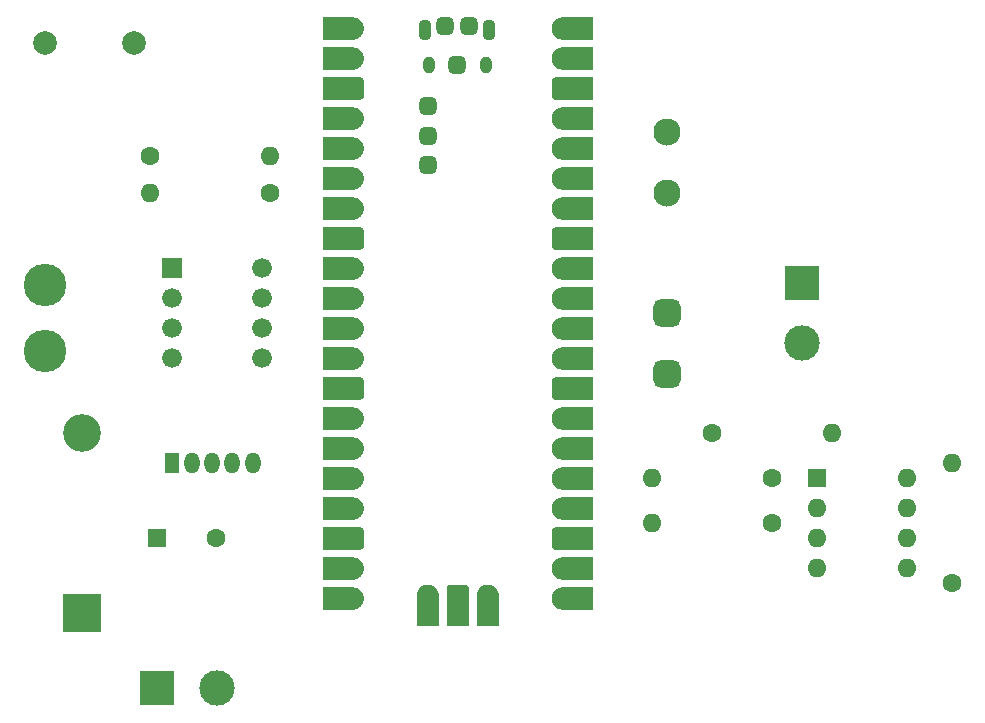
<source format=gbr>
%TF.GenerationSoftware,KiCad,Pcbnew,(6.0.11)*%
%TF.CreationDate,2023-02-08T18:45:32+00:00*%
%TF.ProjectId,new schematics,6e657720-7363-4686-956d-61746963732e,rev?*%
%TF.SameCoordinates,Original*%
%TF.FileFunction,Soldermask,Top*%
%TF.FilePolarity,Negative*%
%FSLAX46Y46*%
G04 Gerber Fmt 4.6, Leading zero omitted, Abs format (unit mm)*
G04 Created by KiCad (PCBNEW (6.0.11)) date 2023-02-08 18:45:32*
%MOMM*%
%LPD*%
G01*
G04 APERTURE LIST*
G04 Aperture macros list*
%AMRoundRect*
0 Rectangle with rounded corners*
0 $1 Rounding radius*
0 $2 $3 $4 $5 $6 $7 $8 $9 X,Y pos of 4 corners*
0 Add a 4 corners polygon primitive as box body*
4,1,4,$2,$3,$4,$5,$6,$7,$8,$9,$2,$3,0*
0 Add four circle primitives for the rounded corners*
1,1,$1+$1,$2,$3*
1,1,$1+$1,$4,$5*
1,1,$1+$1,$6,$7*
1,1,$1+$1,$8,$9*
0 Add four rect primitives between the rounded corners*
20,1,$1+$1,$2,$3,$4,$5,0*
20,1,$1+$1,$4,$5,$6,$7,0*
20,1,$1+$1,$6,$7,$8,$9,0*
20,1,$1+$1,$8,$9,$2,$3,0*%
G04 Aperture macros list end*
%ADD10C,0.010000*%
%ADD11R,1.676400X1.676400*%
%ADD12C,1.676400*%
%ADD13R,3.000000X3.000000*%
%ADD14C,3.000000*%
%ADD15R,1.600000X1.600000*%
%ADD16O,1.600000X1.600000*%
%ADD17C,1.600000*%
%ADD18O,1.050000X1.450000*%
%ADD19O,1.100000X1.800000*%
%ADD20RoundRect,0.450000X-0.300000X-0.300000X0.300000X-0.300000X0.300000X0.300000X-0.300000X0.300000X0*%
%ADD21R,1.275000X1.800000*%
%ADD22O,1.275000X1.800000*%
%ADD23C,3.600000*%
%ADD24C,2.300000*%
%ADD25RoundRect,0.575000X0.575000X-0.575000X0.575000X0.575000X-0.575000X0.575000X-0.575000X-0.575000X0*%
%ADD26R,3.200000X3.200000*%
%ADD27O,3.200000X3.200000*%
%ADD28C,2.000000*%
G04 APERTURE END LIST*
%TO.C,Pico*%
G36*
X102917000Y-83961000D02*
G01*
X102964000Y-83965000D01*
X103011000Y-83971000D01*
X103057000Y-83980000D01*
X103103000Y-83991000D01*
X103148000Y-84004000D01*
X103193000Y-84020000D01*
X103236000Y-84038000D01*
X103279000Y-84058000D01*
X103320000Y-84081000D01*
X103360000Y-84105000D01*
X103399000Y-84132000D01*
X103436000Y-84161000D01*
X103472000Y-84191000D01*
X103506000Y-84224000D01*
X103539000Y-84258000D01*
X103569000Y-84294000D01*
X103598000Y-84331000D01*
X103625000Y-84370000D01*
X103649000Y-84410000D01*
X103672000Y-84451000D01*
X103692000Y-84494000D01*
X103710000Y-84537000D01*
X103726000Y-84582000D01*
X103739000Y-84627000D01*
X103750000Y-84673000D01*
X103759000Y-84719000D01*
X103765000Y-84766000D01*
X103769000Y-84813000D01*
X103770000Y-84860000D01*
X103770000Y-87360000D01*
X101970000Y-87360000D01*
X101970000Y-84860000D01*
X101971000Y-84813000D01*
X101975000Y-84766000D01*
X101981000Y-84719000D01*
X101990000Y-84673000D01*
X102001000Y-84627000D01*
X102014000Y-84582000D01*
X102030000Y-84537000D01*
X102048000Y-84494000D01*
X102068000Y-84451000D01*
X102091000Y-84410000D01*
X102115000Y-84370000D01*
X102142000Y-84331000D01*
X102171000Y-84294000D01*
X102201000Y-84258000D01*
X102234000Y-84224000D01*
X102268000Y-84191000D01*
X102304000Y-84161000D01*
X102341000Y-84132000D01*
X102380000Y-84105000D01*
X102420000Y-84081000D01*
X102461000Y-84058000D01*
X102504000Y-84038000D01*
X102547000Y-84020000D01*
X102592000Y-84004000D01*
X102637000Y-83991000D01*
X102683000Y-83980000D01*
X102729000Y-83971000D01*
X102776000Y-83965000D01*
X102823000Y-83961000D01*
X102870000Y-83960000D01*
X102917000Y-83961000D01*
G37*
D10*
X102917000Y-83961000D02*
X102964000Y-83965000D01*
X103011000Y-83971000D01*
X103057000Y-83980000D01*
X103103000Y-83991000D01*
X103148000Y-84004000D01*
X103193000Y-84020000D01*
X103236000Y-84038000D01*
X103279000Y-84058000D01*
X103320000Y-84081000D01*
X103360000Y-84105000D01*
X103399000Y-84132000D01*
X103436000Y-84161000D01*
X103472000Y-84191000D01*
X103506000Y-84224000D01*
X103539000Y-84258000D01*
X103569000Y-84294000D01*
X103598000Y-84331000D01*
X103625000Y-84370000D01*
X103649000Y-84410000D01*
X103672000Y-84451000D01*
X103692000Y-84494000D01*
X103710000Y-84537000D01*
X103726000Y-84582000D01*
X103739000Y-84627000D01*
X103750000Y-84673000D01*
X103759000Y-84719000D01*
X103765000Y-84766000D01*
X103769000Y-84813000D01*
X103770000Y-84860000D01*
X103770000Y-87360000D01*
X101970000Y-87360000D01*
X101970000Y-84860000D01*
X101971000Y-84813000D01*
X101975000Y-84766000D01*
X101981000Y-84719000D01*
X101990000Y-84673000D01*
X102001000Y-84627000D01*
X102014000Y-84582000D01*
X102030000Y-84537000D01*
X102048000Y-84494000D01*
X102068000Y-84451000D01*
X102091000Y-84410000D01*
X102115000Y-84370000D01*
X102142000Y-84331000D01*
X102171000Y-84294000D01*
X102201000Y-84258000D01*
X102234000Y-84224000D01*
X102268000Y-84191000D01*
X102304000Y-84161000D01*
X102341000Y-84132000D01*
X102380000Y-84105000D01*
X102420000Y-84081000D01*
X102461000Y-84058000D01*
X102504000Y-84038000D01*
X102547000Y-84020000D01*
X102592000Y-84004000D01*
X102637000Y-83991000D01*
X102683000Y-83980000D01*
X102729000Y-83971000D01*
X102776000Y-83965000D01*
X102823000Y-83961000D01*
X102870000Y-83960000D01*
X102917000Y-83961000D01*
G36*
X111720000Y-80910000D02*
G01*
X108604000Y-80910000D01*
X108589000Y-80908000D01*
X108573000Y-80906000D01*
X108558000Y-80903000D01*
X108542000Y-80900000D01*
X108512000Y-80890000D01*
X108498000Y-80884000D01*
X108470000Y-80870000D01*
X108457000Y-80862000D01*
X108444000Y-80853000D01*
X108431000Y-80843000D01*
X108419000Y-80833000D01*
X108397000Y-80811000D01*
X108387000Y-80799000D01*
X108377000Y-80786000D01*
X108368000Y-80773000D01*
X108360000Y-80760000D01*
X108346000Y-80732000D01*
X108340000Y-80718000D01*
X108330000Y-80688000D01*
X108327000Y-80672000D01*
X108324000Y-80657000D01*
X108322000Y-80641000D01*
X108320000Y-80626000D01*
X108320000Y-79394000D01*
X108322000Y-79379000D01*
X108324000Y-79363000D01*
X108327000Y-79348000D01*
X108330000Y-79332000D01*
X108340000Y-79302000D01*
X108346000Y-79288000D01*
X108360000Y-79260000D01*
X108368000Y-79247000D01*
X108377000Y-79234000D01*
X108387000Y-79221000D01*
X108397000Y-79209000D01*
X108419000Y-79187000D01*
X108431000Y-79177000D01*
X108444000Y-79167000D01*
X108457000Y-79158000D01*
X108470000Y-79150000D01*
X108498000Y-79136000D01*
X108512000Y-79130000D01*
X108542000Y-79120000D01*
X108558000Y-79117000D01*
X108573000Y-79114000D01*
X108589000Y-79112000D01*
X108604000Y-79110000D01*
X111720000Y-79110000D01*
X111720000Y-80910000D01*
G37*
X111720000Y-80910000D02*
X108604000Y-80910000D01*
X108589000Y-80908000D01*
X108573000Y-80906000D01*
X108558000Y-80903000D01*
X108542000Y-80900000D01*
X108512000Y-80890000D01*
X108498000Y-80884000D01*
X108470000Y-80870000D01*
X108457000Y-80862000D01*
X108444000Y-80853000D01*
X108431000Y-80843000D01*
X108419000Y-80833000D01*
X108397000Y-80811000D01*
X108387000Y-80799000D01*
X108377000Y-80786000D01*
X108368000Y-80773000D01*
X108360000Y-80760000D01*
X108346000Y-80732000D01*
X108340000Y-80718000D01*
X108330000Y-80688000D01*
X108327000Y-80672000D01*
X108324000Y-80657000D01*
X108322000Y-80641000D01*
X108320000Y-80626000D01*
X108320000Y-79394000D01*
X108322000Y-79379000D01*
X108324000Y-79363000D01*
X108327000Y-79348000D01*
X108330000Y-79332000D01*
X108340000Y-79302000D01*
X108346000Y-79288000D01*
X108360000Y-79260000D01*
X108368000Y-79247000D01*
X108377000Y-79234000D01*
X108387000Y-79221000D01*
X108397000Y-79209000D01*
X108419000Y-79187000D01*
X108431000Y-79177000D01*
X108444000Y-79167000D01*
X108457000Y-79158000D01*
X108470000Y-79150000D01*
X108498000Y-79136000D01*
X108512000Y-79130000D01*
X108542000Y-79120000D01*
X108558000Y-79117000D01*
X108573000Y-79114000D01*
X108589000Y-79112000D01*
X108604000Y-79110000D01*
X111720000Y-79110000D01*
X111720000Y-80910000D01*
G36*
X111720000Y-68210000D02*
G01*
X108604000Y-68210000D01*
X108589000Y-68208000D01*
X108573000Y-68206000D01*
X108558000Y-68203000D01*
X108542000Y-68200000D01*
X108512000Y-68190000D01*
X108498000Y-68184000D01*
X108470000Y-68170000D01*
X108457000Y-68162000D01*
X108444000Y-68153000D01*
X108431000Y-68143000D01*
X108419000Y-68133000D01*
X108397000Y-68111000D01*
X108387000Y-68099000D01*
X108377000Y-68086000D01*
X108368000Y-68073000D01*
X108360000Y-68060000D01*
X108346000Y-68032000D01*
X108340000Y-68018000D01*
X108330000Y-67988000D01*
X108327000Y-67972000D01*
X108324000Y-67957000D01*
X108322000Y-67941000D01*
X108320000Y-67926000D01*
X108320000Y-66694000D01*
X108322000Y-66679000D01*
X108324000Y-66663000D01*
X108327000Y-66648000D01*
X108330000Y-66632000D01*
X108340000Y-66602000D01*
X108346000Y-66588000D01*
X108360000Y-66560000D01*
X108368000Y-66547000D01*
X108377000Y-66534000D01*
X108387000Y-66521000D01*
X108397000Y-66509000D01*
X108419000Y-66487000D01*
X108431000Y-66477000D01*
X108444000Y-66467000D01*
X108457000Y-66458000D01*
X108470000Y-66450000D01*
X108498000Y-66436000D01*
X108512000Y-66430000D01*
X108542000Y-66420000D01*
X108558000Y-66417000D01*
X108573000Y-66414000D01*
X108589000Y-66412000D01*
X108604000Y-66410000D01*
X111720000Y-66410000D01*
X111720000Y-68210000D01*
G37*
X111720000Y-68210000D02*
X108604000Y-68210000D01*
X108589000Y-68208000D01*
X108573000Y-68206000D01*
X108558000Y-68203000D01*
X108542000Y-68200000D01*
X108512000Y-68190000D01*
X108498000Y-68184000D01*
X108470000Y-68170000D01*
X108457000Y-68162000D01*
X108444000Y-68153000D01*
X108431000Y-68143000D01*
X108419000Y-68133000D01*
X108397000Y-68111000D01*
X108387000Y-68099000D01*
X108377000Y-68086000D01*
X108368000Y-68073000D01*
X108360000Y-68060000D01*
X108346000Y-68032000D01*
X108340000Y-68018000D01*
X108330000Y-67988000D01*
X108327000Y-67972000D01*
X108324000Y-67957000D01*
X108322000Y-67941000D01*
X108320000Y-67926000D01*
X108320000Y-66694000D01*
X108322000Y-66679000D01*
X108324000Y-66663000D01*
X108327000Y-66648000D01*
X108330000Y-66632000D01*
X108340000Y-66602000D01*
X108346000Y-66588000D01*
X108360000Y-66560000D01*
X108368000Y-66547000D01*
X108377000Y-66534000D01*
X108387000Y-66521000D01*
X108397000Y-66509000D01*
X108419000Y-66487000D01*
X108431000Y-66477000D01*
X108444000Y-66467000D01*
X108457000Y-66458000D01*
X108470000Y-66450000D01*
X108498000Y-66436000D01*
X108512000Y-66430000D01*
X108542000Y-66420000D01*
X108558000Y-66417000D01*
X108573000Y-66414000D01*
X108589000Y-66412000D01*
X108604000Y-66410000D01*
X111720000Y-66410000D01*
X111720000Y-68210000D01*
G36*
X111720000Y-55510000D02*
G01*
X108604000Y-55510000D01*
X108589000Y-55508000D01*
X108573000Y-55506000D01*
X108558000Y-55503000D01*
X108542000Y-55500000D01*
X108512000Y-55490000D01*
X108498000Y-55484000D01*
X108470000Y-55470000D01*
X108457000Y-55462000D01*
X108444000Y-55453000D01*
X108431000Y-55443000D01*
X108419000Y-55433000D01*
X108397000Y-55411000D01*
X108387000Y-55399000D01*
X108377000Y-55386000D01*
X108368000Y-55373000D01*
X108360000Y-55360000D01*
X108346000Y-55332000D01*
X108340000Y-55318000D01*
X108330000Y-55288000D01*
X108327000Y-55272000D01*
X108324000Y-55257000D01*
X108322000Y-55241000D01*
X108320000Y-55226000D01*
X108320000Y-53994000D01*
X108322000Y-53979000D01*
X108324000Y-53963000D01*
X108327000Y-53948000D01*
X108330000Y-53932000D01*
X108340000Y-53902000D01*
X108346000Y-53888000D01*
X108360000Y-53860000D01*
X108368000Y-53847000D01*
X108377000Y-53834000D01*
X108387000Y-53821000D01*
X108397000Y-53809000D01*
X108419000Y-53787000D01*
X108431000Y-53777000D01*
X108444000Y-53767000D01*
X108457000Y-53758000D01*
X108470000Y-53750000D01*
X108498000Y-53736000D01*
X108512000Y-53730000D01*
X108542000Y-53720000D01*
X108558000Y-53717000D01*
X108573000Y-53714000D01*
X108589000Y-53712000D01*
X108604000Y-53710000D01*
X111720000Y-53710000D01*
X111720000Y-55510000D01*
G37*
X111720000Y-55510000D02*
X108604000Y-55510000D01*
X108589000Y-55508000D01*
X108573000Y-55506000D01*
X108558000Y-55503000D01*
X108542000Y-55500000D01*
X108512000Y-55490000D01*
X108498000Y-55484000D01*
X108470000Y-55470000D01*
X108457000Y-55462000D01*
X108444000Y-55453000D01*
X108431000Y-55443000D01*
X108419000Y-55433000D01*
X108397000Y-55411000D01*
X108387000Y-55399000D01*
X108377000Y-55386000D01*
X108368000Y-55373000D01*
X108360000Y-55360000D01*
X108346000Y-55332000D01*
X108340000Y-55318000D01*
X108330000Y-55288000D01*
X108327000Y-55272000D01*
X108324000Y-55257000D01*
X108322000Y-55241000D01*
X108320000Y-55226000D01*
X108320000Y-53994000D01*
X108322000Y-53979000D01*
X108324000Y-53963000D01*
X108327000Y-53948000D01*
X108330000Y-53932000D01*
X108340000Y-53902000D01*
X108346000Y-53888000D01*
X108360000Y-53860000D01*
X108368000Y-53847000D01*
X108377000Y-53834000D01*
X108387000Y-53821000D01*
X108397000Y-53809000D01*
X108419000Y-53787000D01*
X108431000Y-53777000D01*
X108444000Y-53767000D01*
X108457000Y-53758000D01*
X108470000Y-53750000D01*
X108498000Y-53736000D01*
X108512000Y-53730000D01*
X108542000Y-53720000D01*
X108558000Y-53717000D01*
X108573000Y-53714000D01*
X108589000Y-53712000D01*
X108604000Y-53710000D01*
X111720000Y-53710000D01*
X111720000Y-55510000D01*
G36*
X111720000Y-85990000D02*
G01*
X109220000Y-85990000D01*
X109173000Y-85989000D01*
X109126000Y-85985000D01*
X109079000Y-85979000D01*
X109033000Y-85970000D01*
X108987000Y-85959000D01*
X108942000Y-85946000D01*
X108897000Y-85930000D01*
X108854000Y-85912000D01*
X108811000Y-85892000D01*
X108770000Y-85869000D01*
X108730000Y-85845000D01*
X108691000Y-85818000D01*
X108654000Y-85789000D01*
X108618000Y-85759000D01*
X108584000Y-85726000D01*
X108551000Y-85692000D01*
X108521000Y-85656000D01*
X108492000Y-85619000D01*
X108465000Y-85580000D01*
X108441000Y-85540000D01*
X108418000Y-85499000D01*
X108398000Y-85456000D01*
X108380000Y-85413000D01*
X108364000Y-85368000D01*
X108351000Y-85323000D01*
X108340000Y-85277000D01*
X108331000Y-85231000D01*
X108325000Y-85184000D01*
X108321000Y-85137000D01*
X108320000Y-85090000D01*
X108321000Y-85043000D01*
X108325000Y-84996000D01*
X108331000Y-84949000D01*
X108340000Y-84903000D01*
X108351000Y-84857000D01*
X108364000Y-84812000D01*
X108380000Y-84767000D01*
X108398000Y-84724000D01*
X108418000Y-84681000D01*
X108441000Y-84640000D01*
X108465000Y-84600000D01*
X108492000Y-84561000D01*
X108521000Y-84524000D01*
X108551000Y-84488000D01*
X108584000Y-84454000D01*
X108618000Y-84421000D01*
X108654000Y-84391000D01*
X108691000Y-84362000D01*
X108730000Y-84335000D01*
X108770000Y-84311000D01*
X108811000Y-84288000D01*
X108854000Y-84268000D01*
X108897000Y-84250000D01*
X108942000Y-84234000D01*
X108987000Y-84221000D01*
X109033000Y-84210000D01*
X109079000Y-84201000D01*
X109126000Y-84195000D01*
X109173000Y-84191000D01*
X109220000Y-84190000D01*
X111720000Y-84190000D01*
X111720000Y-85990000D01*
G37*
X111720000Y-85990000D02*
X109220000Y-85990000D01*
X109173000Y-85989000D01*
X109126000Y-85985000D01*
X109079000Y-85979000D01*
X109033000Y-85970000D01*
X108987000Y-85959000D01*
X108942000Y-85946000D01*
X108897000Y-85930000D01*
X108854000Y-85912000D01*
X108811000Y-85892000D01*
X108770000Y-85869000D01*
X108730000Y-85845000D01*
X108691000Y-85818000D01*
X108654000Y-85789000D01*
X108618000Y-85759000D01*
X108584000Y-85726000D01*
X108551000Y-85692000D01*
X108521000Y-85656000D01*
X108492000Y-85619000D01*
X108465000Y-85580000D01*
X108441000Y-85540000D01*
X108418000Y-85499000D01*
X108398000Y-85456000D01*
X108380000Y-85413000D01*
X108364000Y-85368000D01*
X108351000Y-85323000D01*
X108340000Y-85277000D01*
X108331000Y-85231000D01*
X108325000Y-85184000D01*
X108321000Y-85137000D01*
X108320000Y-85090000D01*
X108321000Y-85043000D01*
X108325000Y-84996000D01*
X108331000Y-84949000D01*
X108340000Y-84903000D01*
X108351000Y-84857000D01*
X108364000Y-84812000D01*
X108380000Y-84767000D01*
X108398000Y-84724000D01*
X108418000Y-84681000D01*
X108441000Y-84640000D01*
X108465000Y-84600000D01*
X108492000Y-84561000D01*
X108521000Y-84524000D01*
X108551000Y-84488000D01*
X108584000Y-84454000D01*
X108618000Y-84421000D01*
X108654000Y-84391000D01*
X108691000Y-84362000D01*
X108730000Y-84335000D01*
X108770000Y-84311000D01*
X108811000Y-84288000D01*
X108854000Y-84268000D01*
X108897000Y-84250000D01*
X108942000Y-84234000D01*
X108987000Y-84221000D01*
X109033000Y-84210000D01*
X109079000Y-84201000D01*
X109126000Y-84195000D01*
X109173000Y-84191000D01*
X109220000Y-84190000D01*
X111720000Y-84190000D01*
X111720000Y-85990000D01*
G36*
X111720000Y-83450000D02*
G01*
X109220000Y-83450000D01*
X109173000Y-83449000D01*
X109126000Y-83445000D01*
X109079000Y-83439000D01*
X109033000Y-83430000D01*
X108987000Y-83419000D01*
X108942000Y-83406000D01*
X108897000Y-83390000D01*
X108854000Y-83372000D01*
X108811000Y-83352000D01*
X108770000Y-83329000D01*
X108730000Y-83305000D01*
X108691000Y-83278000D01*
X108654000Y-83249000D01*
X108618000Y-83219000D01*
X108584000Y-83186000D01*
X108551000Y-83152000D01*
X108521000Y-83116000D01*
X108492000Y-83079000D01*
X108465000Y-83040000D01*
X108441000Y-83000000D01*
X108418000Y-82959000D01*
X108398000Y-82916000D01*
X108380000Y-82873000D01*
X108364000Y-82828000D01*
X108351000Y-82783000D01*
X108340000Y-82737000D01*
X108331000Y-82691000D01*
X108325000Y-82644000D01*
X108321000Y-82597000D01*
X108320000Y-82550000D01*
X108321000Y-82503000D01*
X108325000Y-82456000D01*
X108331000Y-82409000D01*
X108340000Y-82363000D01*
X108351000Y-82317000D01*
X108364000Y-82272000D01*
X108380000Y-82227000D01*
X108398000Y-82184000D01*
X108418000Y-82141000D01*
X108441000Y-82100000D01*
X108465000Y-82060000D01*
X108492000Y-82021000D01*
X108521000Y-81984000D01*
X108551000Y-81948000D01*
X108584000Y-81914000D01*
X108618000Y-81881000D01*
X108654000Y-81851000D01*
X108691000Y-81822000D01*
X108730000Y-81795000D01*
X108770000Y-81771000D01*
X108811000Y-81748000D01*
X108854000Y-81728000D01*
X108897000Y-81710000D01*
X108942000Y-81694000D01*
X108987000Y-81681000D01*
X109033000Y-81670000D01*
X109079000Y-81661000D01*
X109126000Y-81655000D01*
X109173000Y-81651000D01*
X109220000Y-81650000D01*
X111720000Y-81650000D01*
X111720000Y-83450000D01*
G37*
X111720000Y-83450000D02*
X109220000Y-83450000D01*
X109173000Y-83449000D01*
X109126000Y-83445000D01*
X109079000Y-83439000D01*
X109033000Y-83430000D01*
X108987000Y-83419000D01*
X108942000Y-83406000D01*
X108897000Y-83390000D01*
X108854000Y-83372000D01*
X108811000Y-83352000D01*
X108770000Y-83329000D01*
X108730000Y-83305000D01*
X108691000Y-83278000D01*
X108654000Y-83249000D01*
X108618000Y-83219000D01*
X108584000Y-83186000D01*
X108551000Y-83152000D01*
X108521000Y-83116000D01*
X108492000Y-83079000D01*
X108465000Y-83040000D01*
X108441000Y-83000000D01*
X108418000Y-82959000D01*
X108398000Y-82916000D01*
X108380000Y-82873000D01*
X108364000Y-82828000D01*
X108351000Y-82783000D01*
X108340000Y-82737000D01*
X108331000Y-82691000D01*
X108325000Y-82644000D01*
X108321000Y-82597000D01*
X108320000Y-82550000D01*
X108321000Y-82503000D01*
X108325000Y-82456000D01*
X108331000Y-82409000D01*
X108340000Y-82363000D01*
X108351000Y-82317000D01*
X108364000Y-82272000D01*
X108380000Y-82227000D01*
X108398000Y-82184000D01*
X108418000Y-82141000D01*
X108441000Y-82100000D01*
X108465000Y-82060000D01*
X108492000Y-82021000D01*
X108521000Y-81984000D01*
X108551000Y-81948000D01*
X108584000Y-81914000D01*
X108618000Y-81881000D01*
X108654000Y-81851000D01*
X108691000Y-81822000D01*
X108730000Y-81795000D01*
X108770000Y-81771000D01*
X108811000Y-81748000D01*
X108854000Y-81728000D01*
X108897000Y-81710000D01*
X108942000Y-81694000D01*
X108987000Y-81681000D01*
X109033000Y-81670000D01*
X109079000Y-81661000D01*
X109126000Y-81655000D01*
X109173000Y-81651000D01*
X109220000Y-81650000D01*
X111720000Y-81650000D01*
X111720000Y-83450000D01*
G36*
X111720000Y-78370000D02*
G01*
X109220000Y-78370000D01*
X109173000Y-78369000D01*
X109126000Y-78365000D01*
X109079000Y-78359000D01*
X109033000Y-78350000D01*
X108987000Y-78339000D01*
X108942000Y-78326000D01*
X108897000Y-78310000D01*
X108854000Y-78292000D01*
X108811000Y-78272000D01*
X108770000Y-78249000D01*
X108730000Y-78225000D01*
X108691000Y-78198000D01*
X108654000Y-78169000D01*
X108618000Y-78139000D01*
X108584000Y-78106000D01*
X108551000Y-78072000D01*
X108521000Y-78036000D01*
X108492000Y-77999000D01*
X108465000Y-77960000D01*
X108441000Y-77920000D01*
X108418000Y-77879000D01*
X108398000Y-77836000D01*
X108380000Y-77793000D01*
X108364000Y-77748000D01*
X108351000Y-77703000D01*
X108340000Y-77657000D01*
X108331000Y-77611000D01*
X108325000Y-77564000D01*
X108321000Y-77517000D01*
X108320000Y-77470000D01*
X108321000Y-77423000D01*
X108325000Y-77376000D01*
X108331000Y-77329000D01*
X108340000Y-77283000D01*
X108351000Y-77237000D01*
X108364000Y-77192000D01*
X108380000Y-77147000D01*
X108398000Y-77104000D01*
X108418000Y-77061000D01*
X108441000Y-77020000D01*
X108465000Y-76980000D01*
X108492000Y-76941000D01*
X108521000Y-76904000D01*
X108551000Y-76868000D01*
X108584000Y-76834000D01*
X108618000Y-76801000D01*
X108654000Y-76771000D01*
X108691000Y-76742000D01*
X108730000Y-76715000D01*
X108770000Y-76691000D01*
X108811000Y-76668000D01*
X108854000Y-76648000D01*
X108897000Y-76630000D01*
X108942000Y-76614000D01*
X108987000Y-76601000D01*
X109033000Y-76590000D01*
X109079000Y-76581000D01*
X109126000Y-76575000D01*
X109173000Y-76571000D01*
X109220000Y-76570000D01*
X111720000Y-76570000D01*
X111720000Y-78370000D01*
G37*
X111720000Y-78370000D02*
X109220000Y-78370000D01*
X109173000Y-78369000D01*
X109126000Y-78365000D01*
X109079000Y-78359000D01*
X109033000Y-78350000D01*
X108987000Y-78339000D01*
X108942000Y-78326000D01*
X108897000Y-78310000D01*
X108854000Y-78292000D01*
X108811000Y-78272000D01*
X108770000Y-78249000D01*
X108730000Y-78225000D01*
X108691000Y-78198000D01*
X108654000Y-78169000D01*
X108618000Y-78139000D01*
X108584000Y-78106000D01*
X108551000Y-78072000D01*
X108521000Y-78036000D01*
X108492000Y-77999000D01*
X108465000Y-77960000D01*
X108441000Y-77920000D01*
X108418000Y-77879000D01*
X108398000Y-77836000D01*
X108380000Y-77793000D01*
X108364000Y-77748000D01*
X108351000Y-77703000D01*
X108340000Y-77657000D01*
X108331000Y-77611000D01*
X108325000Y-77564000D01*
X108321000Y-77517000D01*
X108320000Y-77470000D01*
X108321000Y-77423000D01*
X108325000Y-77376000D01*
X108331000Y-77329000D01*
X108340000Y-77283000D01*
X108351000Y-77237000D01*
X108364000Y-77192000D01*
X108380000Y-77147000D01*
X108398000Y-77104000D01*
X108418000Y-77061000D01*
X108441000Y-77020000D01*
X108465000Y-76980000D01*
X108492000Y-76941000D01*
X108521000Y-76904000D01*
X108551000Y-76868000D01*
X108584000Y-76834000D01*
X108618000Y-76801000D01*
X108654000Y-76771000D01*
X108691000Y-76742000D01*
X108730000Y-76715000D01*
X108770000Y-76691000D01*
X108811000Y-76668000D01*
X108854000Y-76648000D01*
X108897000Y-76630000D01*
X108942000Y-76614000D01*
X108987000Y-76601000D01*
X109033000Y-76590000D01*
X109079000Y-76581000D01*
X109126000Y-76575000D01*
X109173000Y-76571000D01*
X109220000Y-76570000D01*
X111720000Y-76570000D01*
X111720000Y-78370000D01*
G36*
X111720000Y-75830000D02*
G01*
X109220000Y-75830000D01*
X109173000Y-75829000D01*
X109126000Y-75825000D01*
X109079000Y-75819000D01*
X109033000Y-75810000D01*
X108987000Y-75799000D01*
X108942000Y-75786000D01*
X108897000Y-75770000D01*
X108854000Y-75752000D01*
X108811000Y-75732000D01*
X108770000Y-75709000D01*
X108730000Y-75685000D01*
X108691000Y-75658000D01*
X108654000Y-75629000D01*
X108618000Y-75599000D01*
X108584000Y-75566000D01*
X108551000Y-75532000D01*
X108521000Y-75496000D01*
X108492000Y-75459000D01*
X108465000Y-75420000D01*
X108441000Y-75380000D01*
X108418000Y-75339000D01*
X108398000Y-75296000D01*
X108380000Y-75253000D01*
X108364000Y-75208000D01*
X108351000Y-75163000D01*
X108340000Y-75117000D01*
X108331000Y-75071000D01*
X108325000Y-75024000D01*
X108321000Y-74977000D01*
X108320000Y-74930000D01*
X108321000Y-74883000D01*
X108325000Y-74836000D01*
X108331000Y-74789000D01*
X108340000Y-74743000D01*
X108351000Y-74697000D01*
X108364000Y-74652000D01*
X108380000Y-74607000D01*
X108398000Y-74564000D01*
X108418000Y-74521000D01*
X108441000Y-74480000D01*
X108465000Y-74440000D01*
X108492000Y-74401000D01*
X108521000Y-74364000D01*
X108551000Y-74328000D01*
X108584000Y-74294000D01*
X108618000Y-74261000D01*
X108654000Y-74231000D01*
X108691000Y-74202000D01*
X108730000Y-74175000D01*
X108770000Y-74151000D01*
X108811000Y-74128000D01*
X108854000Y-74108000D01*
X108897000Y-74090000D01*
X108942000Y-74074000D01*
X108987000Y-74061000D01*
X109033000Y-74050000D01*
X109079000Y-74041000D01*
X109126000Y-74035000D01*
X109173000Y-74031000D01*
X109220000Y-74030000D01*
X111720000Y-74030000D01*
X111720000Y-75830000D01*
G37*
X111720000Y-75830000D02*
X109220000Y-75830000D01*
X109173000Y-75829000D01*
X109126000Y-75825000D01*
X109079000Y-75819000D01*
X109033000Y-75810000D01*
X108987000Y-75799000D01*
X108942000Y-75786000D01*
X108897000Y-75770000D01*
X108854000Y-75752000D01*
X108811000Y-75732000D01*
X108770000Y-75709000D01*
X108730000Y-75685000D01*
X108691000Y-75658000D01*
X108654000Y-75629000D01*
X108618000Y-75599000D01*
X108584000Y-75566000D01*
X108551000Y-75532000D01*
X108521000Y-75496000D01*
X108492000Y-75459000D01*
X108465000Y-75420000D01*
X108441000Y-75380000D01*
X108418000Y-75339000D01*
X108398000Y-75296000D01*
X108380000Y-75253000D01*
X108364000Y-75208000D01*
X108351000Y-75163000D01*
X108340000Y-75117000D01*
X108331000Y-75071000D01*
X108325000Y-75024000D01*
X108321000Y-74977000D01*
X108320000Y-74930000D01*
X108321000Y-74883000D01*
X108325000Y-74836000D01*
X108331000Y-74789000D01*
X108340000Y-74743000D01*
X108351000Y-74697000D01*
X108364000Y-74652000D01*
X108380000Y-74607000D01*
X108398000Y-74564000D01*
X108418000Y-74521000D01*
X108441000Y-74480000D01*
X108465000Y-74440000D01*
X108492000Y-74401000D01*
X108521000Y-74364000D01*
X108551000Y-74328000D01*
X108584000Y-74294000D01*
X108618000Y-74261000D01*
X108654000Y-74231000D01*
X108691000Y-74202000D01*
X108730000Y-74175000D01*
X108770000Y-74151000D01*
X108811000Y-74128000D01*
X108854000Y-74108000D01*
X108897000Y-74090000D01*
X108942000Y-74074000D01*
X108987000Y-74061000D01*
X109033000Y-74050000D01*
X109079000Y-74041000D01*
X109126000Y-74035000D01*
X109173000Y-74031000D01*
X109220000Y-74030000D01*
X111720000Y-74030000D01*
X111720000Y-75830000D01*
G36*
X111720000Y-73290000D02*
G01*
X109220000Y-73290000D01*
X109173000Y-73289000D01*
X109126000Y-73285000D01*
X109079000Y-73279000D01*
X109033000Y-73270000D01*
X108987000Y-73259000D01*
X108942000Y-73246000D01*
X108897000Y-73230000D01*
X108854000Y-73212000D01*
X108811000Y-73192000D01*
X108770000Y-73169000D01*
X108730000Y-73145000D01*
X108691000Y-73118000D01*
X108654000Y-73089000D01*
X108618000Y-73059000D01*
X108584000Y-73026000D01*
X108551000Y-72992000D01*
X108521000Y-72956000D01*
X108492000Y-72919000D01*
X108465000Y-72880000D01*
X108441000Y-72840000D01*
X108418000Y-72799000D01*
X108398000Y-72756000D01*
X108380000Y-72713000D01*
X108364000Y-72668000D01*
X108351000Y-72623000D01*
X108340000Y-72577000D01*
X108331000Y-72531000D01*
X108325000Y-72484000D01*
X108321000Y-72437000D01*
X108320000Y-72390000D01*
X108321000Y-72343000D01*
X108325000Y-72296000D01*
X108331000Y-72249000D01*
X108340000Y-72203000D01*
X108351000Y-72157000D01*
X108364000Y-72112000D01*
X108380000Y-72067000D01*
X108398000Y-72024000D01*
X108418000Y-71981000D01*
X108441000Y-71940000D01*
X108465000Y-71900000D01*
X108492000Y-71861000D01*
X108521000Y-71824000D01*
X108551000Y-71788000D01*
X108584000Y-71754000D01*
X108618000Y-71721000D01*
X108654000Y-71691000D01*
X108691000Y-71662000D01*
X108730000Y-71635000D01*
X108770000Y-71611000D01*
X108811000Y-71588000D01*
X108854000Y-71568000D01*
X108897000Y-71550000D01*
X108942000Y-71534000D01*
X108987000Y-71521000D01*
X109033000Y-71510000D01*
X109079000Y-71501000D01*
X109126000Y-71495000D01*
X109173000Y-71491000D01*
X109220000Y-71490000D01*
X111720000Y-71490000D01*
X111720000Y-73290000D01*
G37*
X111720000Y-73290000D02*
X109220000Y-73290000D01*
X109173000Y-73289000D01*
X109126000Y-73285000D01*
X109079000Y-73279000D01*
X109033000Y-73270000D01*
X108987000Y-73259000D01*
X108942000Y-73246000D01*
X108897000Y-73230000D01*
X108854000Y-73212000D01*
X108811000Y-73192000D01*
X108770000Y-73169000D01*
X108730000Y-73145000D01*
X108691000Y-73118000D01*
X108654000Y-73089000D01*
X108618000Y-73059000D01*
X108584000Y-73026000D01*
X108551000Y-72992000D01*
X108521000Y-72956000D01*
X108492000Y-72919000D01*
X108465000Y-72880000D01*
X108441000Y-72840000D01*
X108418000Y-72799000D01*
X108398000Y-72756000D01*
X108380000Y-72713000D01*
X108364000Y-72668000D01*
X108351000Y-72623000D01*
X108340000Y-72577000D01*
X108331000Y-72531000D01*
X108325000Y-72484000D01*
X108321000Y-72437000D01*
X108320000Y-72390000D01*
X108321000Y-72343000D01*
X108325000Y-72296000D01*
X108331000Y-72249000D01*
X108340000Y-72203000D01*
X108351000Y-72157000D01*
X108364000Y-72112000D01*
X108380000Y-72067000D01*
X108398000Y-72024000D01*
X108418000Y-71981000D01*
X108441000Y-71940000D01*
X108465000Y-71900000D01*
X108492000Y-71861000D01*
X108521000Y-71824000D01*
X108551000Y-71788000D01*
X108584000Y-71754000D01*
X108618000Y-71721000D01*
X108654000Y-71691000D01*
X108691000Y-71662000D01*
X108730000Y-71635000D01*
X108770000Y-71611000D01*
X108811000Y-71588000D01*
X108854000Y-71568000D01*
X108897000Y-71550000D01*
X108942000Y-71534000D01*
X108987000Y-71521000D01*
X109033000Y-71510000D01*
X109079000Y-71501000D01*
X109126000Y-71495000D01*
X109173000Y-71491000D01*
X109220000Y-71490000D01*
X111720000Y-71490000D01*
X111720000Y-73290000D01*
G36*
X111720000Y-70750000D02*
G01*
X109220000Y-70750000D01*
X109173000Y-70749000D01*
X109126000Y-70745000D01*
X109079000Y-70739000D01*
X109033000Y-70730000D01*
X108987000Y-70719000D01*
X108942000Y-70706000D01*
X108897000Y-70690000D01*
X108854000Y-70672000D01*
X108811000Y-70652000D01*
X108770000Y-70629000D01*
X108730000Y-70605000D01*
X108691000Y-70578000D01*
X108654000Y-70549000D01*
X108618000Y-70519000D01*
X108584000Y-70486000D01*
X108551000Y-70452000D01*
X108521000Y-70416000D01*
X108492000Y-70379000D01*
X108465000Y-70340000D01*
X108441000Y-70300000D01*
X108418000Y-70259000D01*
X108398000Y-70216000D01*
X108380000Y-70173000D01*
X108364000Y-70128000D01*
X108351000Y-70083000D01*
X108340000Y-70037000D01*
X108331000Y-69991000D01*
X108325000Y-69944000D01*
X108321000Y-69897000D01*
X108320000Y-69850000D01*
X108321000Y-69803000D01*
X108325000Y-69756000D01*
X108331000Y-69709000D01*
X108340000Y-69663000D01*
X108351000Y-69617000D01*
X108364000Y-69572000D01*
X108380000Y-69527000D01*
X108398000Y-69484000D01*
X108418000Y-69441000D01*
X108441000Y-69400000D01*
X108465000Y-69360000D01*
X108492000Y-69321000D01*
X108521000Y-69284000D01*
X108551000Y-69248000D01*
X108584000Y-69214000D01*
X108618000Y-69181000D01*
X108654000Y-69151000D01*
X108691000Y-69122000D01*
X108730000Y-69095000D01*
X108770000Y-69071000D01*
X108811000Y-69048000D01*
X108854000Y-69028000D01*
X108897000Y-69010000D01*
X108942000Y-68994000D01*
X108987000Y-68981000D01*
X109033000Y-68970000D01*
X109079000Y-68961000D01*
X109126000Y-68955000D01*
X109173000Y-68951000D01*
X109220000Y-68950000D01*
X111720000Y-68950000D01*
X111720000Y-70750000D01*
G37*
X111720000Y-70750000D02*
X109220000Y-70750000D01*
X109173000Y-70749000D01*
X109126000Y-70745000D01*
X109079000Y-70739000D01*
X109033000Y-70730000D01*
X108987000Y-70719000D01*
X108942000Y-70706000D01*
X108897000Y-70690000D01*
X108854000Y-70672000D01*
X108811000Y-70652000D01*
X108770000Y-70629000D01*
X108730000Y-70605000D01*
X108691000Y-70578000D01*
X108654000Y-70549000D01*
X108618000Y-70519000D01*
X108584000Y-70486000D01*
X108551000Y-70452000D01*
X108521000Y-70416000D01*
X108492000Y-70379000D01*
X108465000Y-70340000D01*
X108441000Y-70300000D01*
X108418000Y-70259000D01*
X108398000Y-70216000D01*
X108380000Y-70173000D01*
X108364000Y-70128000D01*
X108351000Y-70083000D01*
X108340000Y-70037000D01*
X108331000Y-69991000D01*
X108325000Y-69944000D01*
X108321000Y-69897000D01*
X108320000Y-69850000D01*
X108321000Y-69803000D01*
X108325000Y-69756000D01*
X108331000Y-69709000D01*
X108340000Y-69663000D01*
X108351000Y-69617000D01*
X108364000Y-69572000D01*
X108380000Y-69527000D01*
X108398000Y-69484000D01*
X108418000Y-69441000D01*
X108441000Y-69400000D01*
X108465000Y-69360000D01*
X108492000Y-69321000D01*
X108521000Y-69284000D01*
X108551000Y-69248000D01*
X108584000Y-69214000D01*
X108618000Y-69181000D01*
X108654000Y-69151000D01*
X108691000Y-69122000D01*
X108730000Y-69095000D01*
X108770000Y-69071000D01*
X108811000Y-69048000D01*
X108854000Y-69028000D01*
X108897000Y-69010000D01*
X108942000Y-68994000D01*
X108987000Y-68981000D01*
X109033000Y-68970000D01*
X109079000Y-68961000D01*
X109126000Y-68955000D01*
X109173000Y-68951000D01*
X109220000Y-68950000D01*
X111720000Y-68950000D01*
X111720000Y-70750000D01*
G36*
X111720000Y-65670000D02*
G01*
X109220000Y-65670000D01*
X109173000Y-65669000D01*
X109126000Y-65665000D01*
X109079000Y-65659000D01*
X109033000Y-65650000D01*
X108987000Y-65639000D01*
X108942000Y-65626000D01*
X108897000Y-65610000D01*
X108854000Y-65592000D01*
X108811000Y-65572000D01*
X108770000Y-65549000D01*
X108730000Y-65525000D01*
X108691000Y-65498000D01*
X108654000Y-65469000D01*
X108618000Y-65439000D01*
X108584000Y-65406000D01*
X108551000Y-65372000D01*
X108521000Y-65336000D01*
X108492000Y-65299000D01*
X108465000Y-65260000D01*
X108441000Y-65220000D01*
X108418000Y-65179000D01*
X108398000Y-65136000D01*
X108380000Y-65093000D01*
X108364000Y-65048000D01*
X108351000Y-65003000D01*
X108340000Y-64957000D01*
X108331000Y-64911000D01*
X108325000Y-64864000D01*
X108321000Y-64817000D01*
X108320000Y-64770000D01*
X108321000Y-64723000D01*
X108325000Y-64676000D01*
X108331000Y-64629000D01*
X108340000Y-64583000D01*
X108351000Y-64537000D01*
X108364000Y-64492000D01*
X108380000Y-64447000D01*
X108398000Y-64404000D01*
X108418000Y-64361000D01*
X108441000Y-64320000D01*
X108465000Y-64280000D01*
X108492000Y-64241000D01*
X108521000Y-64204000D01*
X108551000Y-64168000D01*
X108584000Y-64134000D01*
X108618000Y-64101000D01*
X108654000Y-64071000D01*
X108691000Y-64042000D01*
X108730000Y-64015000D01*
X108770000Y-63991000D01*
X108811000Y-63968000D01*
X108854000Y-63948000D01*
X108897000Y-63930000D01*
X108942000Y-63914000D01*
X108987000Y-63901000D01*
X109033000Y-63890000D01*
X109079000Y-63881000D01*
X109126000Y-63875000D01*
X109173000Y-63871000D01*
X109220000Y-63870000D01*
X111720000Y-63870000D01*
X111720000Y-65670000D01*
G37*
X111720000Y-65670000D02*
X109220000Y-65670000D01*
X109173000Y-65669000D01*
X109126000Y-65665000D01*
X109079000Y-65659000D01*
X109033000Y-65650000D01*
X108987000Y-65639000D01*
X108942000Y-65626000D01*
X108897000Y-65610000D01*
X108854000Y-65592000D01*
X108811000Y-65572000D01*
X108770000Y-65549000D01*
X108730000Y-65525000D01*
X108691000Y-65498000D01*
X108654000Y-65469000D01*
X108618000Y-65439000D01*
X108584000Y-65406000D01*
X108551000Y-65372000D01*
X108521000Y-65336000D01*
X108492000Y-65299000D01*
X108465000Y-65260000D01*
X108441000Y-65220000D01*
X108418000Y-65179000D01*
X108398000Y-65136000D01*
X108380000Y-65093000D01*
X108364000Y-65048000D01*
X108351000Y-65003000D01*
X108340000Y-64957000D01*
X108331000Y-64911000D01*
X108325000Y-64864000D01*
X108321000Y-64817000D01*
X108320000Y-64770000D01*
X108321000Y-64723000D01*
X108325000Y-64676000D01*
X108331000Y-64629000D01*
X108340000Y-64583000D01*
X108351000Y-64537000D01*
X108364000Y-64492000D01*
X108380000Y-64447000D01*
X108398000Y-64404000D01*
X108418000Y-64361000D01*
X108441000Y-64320000D01*
X108465000Y-64280000D01*
X108492000Y-64241000D01*
X108521000Y-64204000D01*
X108551000Y-64168000D01*
X108584000Y-64134000D01*
X108618000Y-64101000D01*
X108654000Y-64071000D01*
X108691000Y-64042000D01*
X108730000Y-64015000D01*
X108770000Y-63991000D01*
X108811000Y-63968000D01*
X108854000Y-63948000D01*
X108897000Y-63930000D01*
X108942000Y-63914000D01*
X108987000Y-63901000D01*
X109033000Y-63890000D01*
X109079000Y-63881000D01*
X109126000Y-63875000D01*
X109173000Y-63871000D01*
X109220000Y-63870000D01*
X111720000Y-63870000D01*
X111720000Y-65670000D01*
G36*
X111720000Y-63130000D02*
G01*
X109220000Y-63130000D01*
X109173000Y-63129000D01*
X109126000Y-63125000D01*
X109079000Y-63119000D01*
X109033000Y-63110000D01*
X108987000Y-63099000D01*
X108942000Y-63086000D01*
X108897000Y-63070000D01*
X108854000Y-63052000D01*
X108811000Y-63032000D01*
X108770000Y-63009000D01*
X108730000Y-62985000D01*
X108691000Y-62958000D01*
X108654000Y-62929000D01*
X108618000Y-62899000D01*
X108584000Y-62866000D01*
X108551000Y-62832000D01*
X108521000Y-62796000D01*
X108492000Y-62759000D01*
X108465000Y-62720000D01*
X108441000Y-62680000D01*
X108418000Y-62639000D01*
X108398000Y-62596000D01*
X108380000Y-62553000D01*
X108364000Y-62508000D01*
X108351000Y-62463000D01*
X108340000Y-62417000D01*
X108331000Y-62371000D01*
X108325000Y-62324000D01*
X108321000Y-62277000D01*
X108320000Y-62230000D01*
X108321000Y-62183000D01*
X108325000Y-62136000D01*
X108331000Y-62089000D01*
X108340000Y-62043000D01*
X108351000Y-61997000D01*
X108364000Y-61952000D01*
X108380000Y-61907000D01*
X108398000Y-61864000D01*
X108418000Y-61821000D01*
X108441000Y-61780000D01*
X108465000Y-61740000D01*
X108492000Y-61701000D01*
X108521000Y-61664000D01*
X108551000Y-61628000D01*
X108584000Y-61594000D01*
X108618000Y-61561000D01*
X108654000Y-61531000D01*
X108691000Y-61502000D01*
X108730000Y-61475000D01*
X108770000Y-61451000D01*
X108811000Y-61428000D01*
X108854000Y-61408000D01*
X108897000Y-61390000D01*
X108942000Y-61374000D01*
X108987000Y-61361000D01*
X109033000Y-61350000D01*
X109079000Y-61341000D01*
X109126000Y-61335000D01*
X109173000Y-61331000D01*
X109220000Y-61330000D01*
X111720000Y-61330000D01*
X111720000Y-63130000D01*
G37*
X111720000Y-63130000D02*
X109220000Y-63130000D01*
X109173000Y-63129000D01*
X109126000Y-63125000D01*
X109079000Y-63119000D01*
X109033000Y-63110000D01*
X108987000Y-63099000D01*
X108942000Y-63086000D01*
X108897000Y-63070000D01*
X108854000Y-63052000D01*
X108811000Y-63032000D01*
X108770000Y-63009000D01*
X108730000Y-62985000D01*
X108691000Y-62958000D01*
X108654000Y-62929000D01*
X108618000Y-62899000D01*
X108584000Y-62866000D01*
X108551000Y-62832000D01*
X108521000Y-62796000D01*
X108492000Y-62759000D01*
X108465000Y-62720000D01*
X108441000Y-62680000D01*
X108418000Y-62639000D01*
X108398000Y-62596000D01*
X108380000Y-62553000D01*
X108364000Y-62508000D01*
X108351000Y-62463000D01*
X108340000Y-62417000D01*
X108331000Y-62371000D01*
X108325000Y-62324000D01*
X108321000Y-62277000D01*
X108320000Y-62230000D01*
X108321000Y-62183000D01*
X108325000Y-62136000D01*
X108331000Y-62089000D01*
X108340000Y-62043000D01*
X108351000Y-61997000D01*
X108364000Y-61952000D01*
X108380000Y-61907000D01*
X108398000Y-61864000D01*
X108418000Y-61821000D01*
X108441000Y-61780000D01*
X108465000Y-61740000D01*
X108492000Y-61701000D01*
X108521000Y-61664000D01*
X108551000Y-61628000D01*
X108584000Y-61594000D01*
X108618000Y-61561000D01*
X108654000Y-61531000D01*
X108691000Y-61502000D01*
X108730000Y-61475000D01*
X108770000Y-61451000D01*
X108811000Y-61428000D01*
X108854000Y-61408000D01*
X108897000Y-61390000D01*
X108942000Y-61374000D01*
X108987000Y-61361000D01*
X109033000Y-61350000D01*
X109079000Y-61341000D01*
X109126000Y-61335000D01*
X109173000Y-61331000D01*
X109220000Y-61330000D01*
X111720000Y-61330000D01*
X111720000Y-63130000D01*
G36*
X111720000Y-60590000D02*
G01*
X109220000Y-60590000D01*
X109173000Y-60589000D01*
X109126000Y-60585000D01*
X109079000Y-60579000D01*
X109033000Y-60570000D01*
X108987000Y-60559000D01*
X108942000Y-60546000D01*
X108897000Y-60530000D01*
X108854000Y-60512000D01*
X108811000Y-60492000D01*
X108770000Y-60469000D01*
X108730000Y-60445000D01*
X108691000Y-60418000D01*
X108654000Y-60389000D01*
X108618000Y-60359000D01*
X108584000Y-60326000D01*
X108551000Y-60292000D01*
X108521000Y-60256000D01*
X108492000Y-60219000D01*
X108465000Y-60180000D01*
X108441000Y-60140000D01*
X108418000Y-60099000D01*
X108398000Y-60056000D01*
X108380000Y-60013000D01*
X108364000Y-59968000D01*
X108351000Y-59923000D01*
X108340000Y-59877000D01*
X108331000Y-59831000D01*
X108325000Y-59784000D01*
X108321000Y-59737000D01*
X108320000Y-59690000D01*
X108321000Y-59643000D01*
X108325000Y-59596000D01*
X108331000Y-59549000D01*
X108340000Y-59503000D01*
X108351000Y-59457000D01*
X108364000Y-59412000D01*
X108380000Y-59367000D01*
X108398000Y-59324000D01*
X108418000Y-59281000D01*
X108441000Y-59240000D01*
X108465000Y-59200000D01*
X108492000Y-59161000D01*
X108521000Y-59124000D01*
X108551000Y-59088000D01*
X108584000Y-59054000D01*
X108618000Y-59021000D01*
X108654000Y-58991000D01*
X108691000Y-58962000D01*
X108730000Y-58935000D01*
X108770000Y-58911000D01*
X108811000Y-58888000D01*
X108854000Y-58868000D01*
X108897000Y-58850000D01*
X108942000Y-58834000D01*
X108987000Y-58821000D01*
X109033000Y-58810000D01*
X109079000Y-58801000D01*
X109126000Y-58795000D01*
X109173000Y-58791000D01*
X109220000Y-58790000D01*
X111720000Y-58790000D01*
X111720000Y-60590000D01*
G37*
X111720000Y-60590000D02*
X109220000Y-60590000D01*
X109173000Y-60589000D01*
X109126000Y-60585000D01*
X109079000Y-60579000D01*
X109033000Y-60570000D01*
X108987000Y-60559000D01*
X108942000Y-60546000D01*
X108897000Y-60530000D01*
X108854000Y-60512000D01*
X108811000Y-60492000D01*
X108770000Y-60469000D01*
X108730000Y-60445000D01*
X108691000Y-60418000D01*
X108654000Y-60389000D01*
X108618000Y-60359000D01*
X108584000Y-60326000D01*
X108551000Y-60292000D01*
X108521000Y-60256000D01*
X108492000Y-60219000D01*
X108465000Y-60180000D01*
X108441000Y-60140000D01*
X108418000Y-60099000D01*
X108398000Y-60056000D01*
X108380000Y-60013000D01*
X108364000Y-59968000D01*
X108351000Y-59923000D01*
X108340000Y-59877000D01*
X108331000Y-59831000D01*
X108325000Y-59784000D01*
X108321000Y-59737000D01*
X108320000Y-59690000D01*
X108321000Y-59643000D01*
X108325000Y-59596000D01*
X108331000Y-59549000D01*
X108340000Y-59503000D01*
X108351000Y-59457000D01*
X108364000Y-59412000D01*
X108380000Y-59367000D01*
X108398000Y-59324000D01*
X108418000Y-59281000D01*
X108441000Y-59240000D01*
X108465000Y-59200000D01*
X108492000Y-59161000D01*
X108521000Y-59124000D01*
X108551000Y-59088000D01*
X108584000Y-59054000D01*
X108618000Y-59021000D01*
X108654000Y-58991000D01*
X108691000Y-58962000D01*
X108730000Y-58935000D01*
X108770000Y-58911000D01*
X108811000Y-58888000D01*
X108854000Y-58868000D01*
X108897000Y-58850000D01*
X108942000Y-58834000D01*
X108987000Y-58821000D01*
X109033000Y-58810000D01*
X109079000Y-58801000D01*
X109126000Y-58795000D01*
X109173000Y-58791000D01*
X109220000Y-58790000D01*
X111720000Y-58790000D01*
X111720000Y-60590000D01*
G36*
X111720000Y-58050000D02*
G01*
X109220000Y-58050000D01*
X109173000Y-58049000D01*
X109126000Y-58045000D01*
X109079000Y-58039000D01*
X109033000Y-58030000D01*
X108987000Y-58019000D01*
X108942000Y-58006000D01*
X108897000Y-57990000D01*
X108854000Y-57972000D01*
X108811000Y-57952000D01*
X108770000Y-57929000D01*
X108730000Y-57905000D01*
X108691000Y-57878000D01*
X108654000Y-57849000D01*
X108618000Y-57819000D01*
X108584000Y-57786000D01*
X108551000Y-57752000D01*
X108521000Y-57716000D01*
X108492000Y-57679000D01*
X108465000Y-57640000D01*
X108441000Y-57600000D01*
X108418000Y-57559000D01*
X108398000Y-57516000D01*
X108380000Y-57473000D01*
X108364000Y-57428000D01*
X108351000Y-57383000D01*
X108340000Y-57337000D01*
X108331000Y-57291000D01*
X108325000Y-57244000D01*
X108321000Y-57197000D01*
X108320000Y-57150000D01*
X108321000Y-57103000D01*
X108325000Y-57056000D01*
X108331000Y-57009000D01*
X108340000Y-56963000D01*
X108351000Y-56917000D01*
X108364000Y-56872000D01*
X108380000Y-56827000D01*
X108398000Y-56784000D01*
X108418000Y-56741000D01*
X108441000Y-56700000D01*
X108465000Y-56660000D01*
X108492000Y-56621000D01*
X108521000Y-56584000D01*
X108551000Y-56548000D01*
X108584000Y-56514000D01*
X108618000Y-56481000D01*
X108654000Y-56451000D01*
X108691000Y-56422000D01*
X108730000Y-56395000D01*
X108770000Y-56371000D01*
X108811000Y-56348000D01*
X108854000Y-56328000D01*
X108897000Y-56310000D01*
X108942000Y-56294000D01*
X108987000Y-56281000D01*
X109033000Y-56270000D01*
X109079000Y-56261000D01*
X109126000Y-56255000D01*
X109173000Y-56251000D01*
X109220000Y-56250000D01*
X111720000Y-56250000D01*
X111720000Y-58050000D01*
G37*
X111720000Y-58050000D02*
X109220000Y-58050000D01*
X109173000Y-58049000D01*
X109126000Y-58045000D01*
X109079000Y-58039000D01*
X109033000Y-58030000D01*
X108987000Y-58019000D01*
X108942000Y-58006000D01*
X108897000Y-57990000D01*
X108854000Y-57972000D01*
X108811000Y-57952000D01*
X108770000Y-57929000D01*
X108730000Y-57905000D01*
X108691000Y-57878000D01*
X108654000Y-57849000D01*
X108618000Y-57819000D01*
X108584000Y-57786000D01*
X108551000Y-57752000D01*
X108521000Y-57716000D01*
X108492000Y-57679000D01*
X108465000Y-57640000D01*
X108441000Y-57600000D01*
X108418000Y-57559000D01*
X108398000Y-57516000D01*
X108380000Y-57473000D01*
X108364000Y-57428000D01*
X108351000Y-57383000D01*
X108340000Y-57337000D01*
X108331000Y-57291000D01*
X108325000Y-57244000D01*
X108321000Y-57197000D01*
X108320000Y-57150000D01*
X108321000Y-57103000D01*
X108325000Y-57056000D01*
X108331000Y-57009000D01*
X108340000Y-56963000D01*
X108351000Y-56917000D01*
X108364000Y-56872000D01*
X108380000Y-56827000D01*
X108398000Y-56784000D01*
X108418000Y-56741000D01*
X108441000Y-56700000D01*
X108465000Y-56660000D01*
X108492000Y-56621000D01*
X108521000Y-56584000D01*
X108551000Y-56548000D01*
X108584000Y-56514000D01*
X108618000Y-56481000D01*
X108654000Y-56451000D01*
X108691000Y-56422000D01*
X108730000Y-56395000D01*
X108770000Y-56371000D01*
X108811000Y-56348000D01*
X108854000Y-56328000D01*
X108897000Y-56310000D01*
X108942000Y-56294000D01*
X108987000Y-56281000D01*
X109033000Y-56270000D01*
X109079000Y-56261000D01*
X109126000Y-56255000D01*
X109173000Y-56251000D01*
X109220000Y-56250000D01*
X111720000Y-56250000D01*
X111720000Y-58050000D01*
G36*
X111720000Y-52970000D02*
G01*
X109220000Y-52970000D01*
X109173000Y-52969000D01*
X109126000Y-52965000D01*
X109079000Y-52959000D01*
X109033000Y-52950000D01*
X108987000Y-52939000D01*
X108942000Y-52926000D01*
X108897000Y-52910000D01*
X108854000Y-52892000D01*
X108811000Y-52872000D01*
X108770000Y-52849000D01*
X108730000Y-52825000D01*
X108691000Y-52798000D01*
X108654000Y-52769000D01*
X108618000Y-52739000D01*
X108584000Y-52706000D01*
X108551000Y-52672000D01*
X108521000Y-52636000D01*
X108492000Y-52599000D01*
X108465000Y-52560000D01*
X108441000Y-52520000D01*
X108418000Y-52479000D01*
X108398000Y-52436000D01*
X108380000Y-52393000D01*
X108364000Y-52348000D01*
X108351000Y-52303000D01*
X108340000Y-52257000D01*
X108331000Y-52211000D01*
X108325000Y-52164000D01*
X108321000Y-52117000D01*
X108320000Y-52070000D01*
X108321000Y-52023000D01*
X108325000Y-51976000D01*
X108331000Y-51929000D01*
X108340000Y-51883000D01*
X108351000Y-51837000D01*
X108364000Y-51792000D01*
X108380000Y-51747000D01*
X108398000Y-51704000D01*
X108418000Y-51661000D01*
X108441000Y-51620000D01*
X108465000Y-51580000D01*
X108492000Y-51541000D01*
X108521000Y-51504000D01*
X108551000Y-51468000D01*
X108584000Y-51434000D01*
X108618000Y-51401000D01*
X108654000Y-51371000D01*
X108691000Y-51342000D01*
X108730000Y-51315000D01*
X108770000Y-51291000D01*
X108811000Y-51268000D01*
X108854000Y-51248000D01*
X108897000Y-51230000D01*
X108942000Y-51214000D01*
X108987000Y-51201000D01*
X109033000Y-51190000D01*
X109079000Y-51181000D01*
X109126000Y-51175000D01*
X109173000Y-51171000D01*
X109220000Y-51170000D01*
X111720000Y-51170000D01*
X111720000Y-52970000D01*
G37*
X111720000Y-52970000D02*
X109220000Y-52970000D01*
X109173000Y-52969000D01*
X109126000Y-52965000D01*
X109079000Y-52959000D01*
X109033000Y-52950000D01*
X108987000Y-52939000D01*
X108942000Y-52926000D01*
X108897000Y-52910000D01*
X108854000Y-52892000D01*
X108811000Y-52872000D01*
X108770000Y-52849000D01*
X108730000Y-52825000D01*
X108691000Y-52798000D01*
X108654000Y-52769000D01*
X108618000Y-52739000D01*
X108584000Y-52706000D01*
X108551000Y-52672000D01*
X108521000Y-52636000D01*
X108492000Y-52599000D01*
X108465000Y-52560000D01*
X108441000Y-52520000D01*
X108418000Y-52479000D01*
X108398000Y-52436000D01*
X108380000Y-52393000D01*
X108364000Y-52348000D01*
X108351000Y-52303000D01*
X108340000Y-52257000D01*
X108331000Y-52211000D01*
X108325000Y-52164000D01*
X108321000Y-52117000D01*
X108320000Y-52070000D01*
X108321000Y-52023000D01*
X108325000Y-51976000D01*
X108331000Y-51929000D01*
X108340000Y-51883000D01*
X108351000Y-51837000D01*
X108364000Y-51792000D01*
X108380000Y-51747000D01*
X108398000Y-51704000D01*
X108418000Y-51661000D01*
X108441000Y-51620000D01*
X108465000Y-51580000D01*
X108492000Y-51541000D01*
X108521000Y-51504000D01*
X108551000Y-51468000D01*
X108584000Y-51434000D01*
X108618000Y-51401000D01*
X108654000Y-51371000D01*
X108691000Y-51342000D01*
X108730000Y-51315000D01*
X108770000Y-51291000D01*
X108811000Y-51268000D01*
X108854000Y-51248000D01*
X108897000Y-51230000D01*
X108942000Y-51214000D01*
X108987000Y-51201000D01*
X109033000Y-51190000D01*
X109079000Y-51181000D01*
X109126000Y-51175000D01*
X109173000Y-51171000D01*
X109220000Y-51170000D01*
X111720000Y-51170000D01*
X111720000Y-52970000D01*
G36*
X111720000Y-50430000D02*
G01*
X109220000Y-50430000D01*
X109173000Y-50429000D01*
X109126000Y-50425000D01*
X109079000Y-50419000D01*
X109033000Y-50410000D01*
X108987000Y-50399000D01*
X108942000Y-50386000D01*
X108897000Y-50370000D01*
X108854000Y-50352000D01*
X108811000Y-50332000D01*
X108770000Y-50309000D01*
X108730000Y-50285000D01*
X108691000Y-50258000D01*
X108654000Y-50229000D01*
X108618000Y-50199000D01*
X108584000Y-50166000D01*
X108551000Y-50132000D01*
X108521000Y-50096000D01*
X108492000Y-50059000D01*
X108465000Y-50020000D01*
X108441000Y-49980000D01*
X108418000Y-49939000D01*
X108398000Y-49896000D01*
X108380000Y-49853000D01*
X108364000Y-49808000D01*
X108351000Y-49763000D01*
X108340000Y-49717000D01*
X108331000Y-49671000D01*
X108325000Y-49624000D01*
X108321000Y-49577000D01*
X108320000Y-49530000D01*
X108321000Y-49483000D01*
X108325000Y-49436000D01*
X108331000Y-49389000D01*
X108340000Y-49343000D01*
X108351000Y-49297000D01*
X108364000Y-49252000D01*
X108380000Y-49207000D01*
X108398000Y-49164000D01*
X108418000Y-49121000D01*
X108441000Y-49080000D01*
X108465000Y-49040000D01*
X108492000Y-49001000D01*
X108521000Y-48964000D01*
X108551000Y-48928000D01*
X108584000Y-48894000D01*
X108618000Y-48861000D01*
X108654000Y-48831000D01*
X108691000Y-48802000D01*
X108730000Y-48775000D01*
X108770000Y-48751000D01*
X108811000Y-48728000D01*
X108854000Y-48708000D01*
X108897000Y-48690000D01*
X108942000Y-48674000D01*
X108987000Y-48661000D01*
X109033000Y-48650000D01*
X109079000Y-48641000D01*
X109126000Y-48635000D01*
X109173000Y-48631000D01*
X109220000Y-48630000D01*
X111720000Y-48630000D01*
X111720000Y-50430000D01*
G37*
X111720000Y-50430000D02*
X109220000Y-50430000D01*
X109173000Y-50429000D01*
X109126000Y-50425000D01*
X109079000Y-50419000D01*
X109033000Y-50410000D01*
X108987000Y-50399000D01*
X108942000Y-50386000D01*
X108897000Y-50370000D01*
X108854000Y-50352000D01*
X108811000Y-50332000D01*
X108770000Y-50309000D01*
X108730000Y-50285000D01*
X108691000Y-50258000D01*
X108654000Y-50229000D01*
X108618000Y-50199000D01*
X108584000Y-50166000D01*
X108551000Y-50132000D01*
X108521000Y-50096000D01*
X108492000Y-50059000D01*
X108465000Y-50020000D01*
X108441000Y-49980000D01*
X108418000Y-49939000D01*
X108398000Y-49896000D01*
X108380000Y-49853000D01*
X108364000Y-49808000D01*
X108351000Y-49763000D01*
X108340000Y-49717000D01*
X108331000Y-49671000D01*
X108325000Y-49624000D01*
X108321000Y-49577000D01*
X108320000Y-49530000D01*
X108321000Y-49483000D01*
X108325000Y-49436000D01*
X108331000Y-49389000D01*
X108340000Y-49343000D01*
X108351000Y-49297000D01*
X108364000Y-49252000D01*
X108380000Y-49207000D01*
X108398000Y-49164000D01*
X108418000Y-49121000D01*
X108441000Y-49080000D01*
X108465000Y-49040000D01*
X108492000Y-49001000D01*
X108521000Y-48964000D01*
X108551000Y-48928000D01*
X108584000Y-48894000D01*
X108618000Y-48861000D01*
X108654000Y-48831000D01*
X108691000Y-48802000D01*
X108730000Y-48775000D01*
X108770000Y-48751000D01*
X108811000Y-48728000D01*
X108854000Y-48708000D01*
X108897000Y-48690000D01*
X108942000Y-48674000D01*
X108987000Y-48661000D01*
X109033000Y-48650000D01*
X109079000Y-48641000D01*
X109126000Y-48635000D01*
X109173000Y-48631000D01*
X109220000Y-48630000D01*
X111720000Y-48630000D01*
X111720000Y-50430000D01*
G36*
X111720000Y-47890000D02*
G01*
X109220000Y-47890000D01*
X109173000Y-47889000D01*
X109126000Y-47885000D01*
X109079000Y-47879000D01*
X109033000Y-47870000D01*
X108987000Y-47859000D01*
X108942000Y-47846000D01*
X108897000Y-47830000D01*
X108854000Y-47812000D01*
X108811000Y-47792000D01*
X108770000Y-47769000D01*
X108730000Y-47745000D01*
X108691000Y-47718000D01*
X108654000Y-47689000D01*
X108618000Y-47659000D01*
X108584000Y-47626000D01*
X108551000Y-47592000D01*
X108521000Y-47556000D01*
X108492000Y-47519000D01*
X108465000Y-47480000D01*
X108441000Y-47440000D01*
X108418000Y-47399000D01*
X108398000Y-47356000D01*
X108380000Y-47313000D01*
X108364000Y-47268000D01*
X108351000Y-47223000D01*
X108340000Y-47177000D01*
X108331000Y-47131000D01*
X108325000Y-47084000D01*
X108321000Y-47037000D01*
X108320000Y-46990000D01*
X108321000Y-46943000D01*
X108325000Y-46896000D01*
X108331000Y-46849000D01*
X108340000Y-46803000D01*
X108351000Y-46757000D01*
X108364000Y-46712000D01*
X108380000Y-46667000D01*
X108398000Y-46624000D01*
X108418000Y-46581000D01*
X108441000Y-46540000D01*
X108465000Y-46500000D01*
X108492000Y-46461000D01*
X108521000Y-46424000D01*
X108551000Y-46388000D01*
X108584000Y-46354000D01*
X108618000Y-46321000D01*
X108654000Y-46291000D01*
X108691000Y-46262000D01*
X108730000Y-46235000D01*
X108770000Y-46211000D01*
X108811000Y-46188000D01*
X108854000Y-46168000D01*
X108897000Y-46150000D01*
X108942000Y-46134000D01*
X108987000Y-46121000D01*
X109033000Y-46110000D01*
X109079000Y-46101000D01*
X109126000Y-46095000D01*
X109173000Y-46091000D01*
X109220000Y-46090000D01*
X111720000Y-46090000D01*
X111720000Y-47890000D01*
G37*
X111720000Y-47890000D02*
X109220000Y-47890000D01*
X109173000Y-47889000D01*
X109126000Y-47885000D01*
X109079000Y-47879000D01*
X109033000Y-47870000D01*
X108987000Y-47859000D01*
X108942000Y-47846000D01*
X108897000Y-47830000D01*
X108854000Y-47812000D01*
X108811000Y-47792000D01*
X108770000Y-47769000D01*
X108730000Y-47745000D01*
X108691000Y-47718000D01*
X108654000Y-47689000D01*
X108618000Y-47659000D01*
X108584000Y-47626000D01*
X108551000Y-47592000D01*
X108521000Y-47556000D01*
X108492000Y-47519000D01*
X108465000Y-47480000D01*
X108441000Y-47440000D01*
X108418000Y-47399000D01*
X108398000Y-47356000D01*
X108380000Y-47313000D01*
X108364000Y-47268000D01*
X108351000Y-47223000D01*
X108340000Y-47177000D01*
X108331000Y-47131000D01*
X108325000Y-47084000D01*
X108321000Y-47037000D01*
X108320000Y-46990000D01*
X108321000Y-46943000D01*
X108325000Y-46896000D01*
X108331000Y-46849000D01*
X108340000Y-46803000D01*
X108351000Y-46757000D01*
X108364000Y-46712000D01*
X108380000Y-46667000D01*
X108398000Y-46624000D01*
X108418000Y-46581000D01*
X108441000Y-46540000D01*
X108465000Y-46500000D01*
X108492000Y-46461000D01*
X108521000Y-46424000D01*
X108551000Y-46388000D01*
X108584000Y-46354000D01*
X108618000Y-46321000D01*
X108654000Y-46291000D01*
X108691000Y-46262000D01*
X108730000Y-46235000D01*
X108770000Y-46211000D01*
X108811000Y-46188000D01*
X108854000Y-46168000D01*
X108897000Y-46150000D01*
X108942000Y-46134000D01*
X108987000Y-46121000D01*
X109033000Y-46110000D01*
X109079000Y-46101000D01*
X109126000Y-46095000D01*
X109173000Y-46091000D01*
X109220000Y-46090000D01*
X111720000Y-46090000D01*
X111720000Y-47890000D01*
G36*
X111720000Y-45350000D02*
G01*
X109220000Y-45350000D01*
X109173000Y-45349000D01*
X109126000Y-45345000D01*
X109079000Y-45339000D01*
X109033000Y-45330000D01*
X108987000Y-45319000D01*
X108942000Y-45306000D01*
X108897000Y-45290000D01*
X108854000Y-45272000D01*
X108811000Y-45252000D01*
X108770000Y-45229000D01*
X108730000Y-45205000D01*
X108691000Y-45178000D01*
X108654000Y-45149000D01*
X108618000Y-45119000D01*
X108584000Y-45086000D01*
X108551000Y-45052000D01*
X108521000Y-45016000D01*
X108492000Y-44979000D01*
X108465000Y-44940000D01*
X108441000Y-44900000D01*
X108418000Y-44859000D01*
X108398000Y-44816000D01*
X108380000Y-44773000D01*
X108364000Y-44728000D01*
X108351000Y-44683000D01*
X108340000Y-44637000D01*
X108331000Y-44591000D01*
X108325000Y-44544000D01*
X108321000Y-44497000D01*
X108320000Y-44450000D01*
X108321000Y-44403000D01*
X108325000Y-44356000D01*
X108331000Y-44309000D01*
X108340000Y-44263000D01*
X108351000Y-44217000D01*
X108364000Y-44172000D01*
X108380000Y-44127000D01*
X108398000Y-44084000D01*
X108418000Y-44041000D01*
X108441000Y-44000000D01*
X108465000Y-43960000D01*
X108492000Y-43921000D01*
X108521000Y-43884000D01*
X108551000Y-43848000D01*
X108584000Y-43814000D01*
X108618000Y-43781000D01*
X108654000Y-43751000D01*
X108691000Y-43722000D01*
X108730000Y-43695000D01*
X108770000Y-43671000D01*
X108811000Y-43648000D01*
X108854000Y-43628000D01*
X108897000Y-43610000D01*
X108942000Y-43594000D01*
X108987000Y-43581000D01*
X109033000Y-43570000D01*
X109079000Y-43561000D01*
X109126000Y-43555000D01*
X109173000Y-43551000D01*
X109220000Y-43550000D01*
X111720000Y-43550000D01*
X111720000Y-45350000D01*
G37*
X111720000Y-45350000D02*
X109220000Y-45350000D01*
X109173000Y-45349000D01*
X109126000Y-45345000D01*
X109079000Y-45339000D01*
X109033000Y-45330000D01*
X108987000Y-45319000D01*
X108942000Y-45306000D01*
X108897000Y-45290000D01*
X108854000Y-45272000D01*
X108811000Y-45252000D01*
X108770000Y-45229000D01*
X108730000Y-45205000D01*
X108691000Y-45178000D01*
X108654000Y-45149000D01*
X108618000Y-45119000D01*
X108584000Y-45086000D01*
X108551000Y-45052000D01*
X108521000Y-45016000D01*
X108492000Y-44979000D01*
X108465000Y-44940000D01*
X108441000Y-44900000D01*
X108418000Y-44859000D01*
X108398000Y-44816000D01*
X108380000Y-44773000D01*
X108364000Y-44728000D01*
X108351000Y-44683000D01*
X108340000Y-44637000D01*
X108331000Y-44591000D01*
X108325000Y-44544000D01*
X108321000Y-44497000D01*
X108320000Y-44450000D01*
X108321000Y-44403000D01*
X108325000Y-44356000D01*
X108331000Y-44309000D01*
X108340000Y-44263000D01*
X108351000Y-44217000D01*
X108364000Y-44172000D01*
X108380000Y-44127000D01*
X108398000Y-44084000D01*
X108418000Y-44041000D01*
X108441000Y-44000000D01*
X108465000Y-43960000D01*
X108492000Y-43921000D01*
X108521000Y-43884000D01*
X108551000Y-43848000D01*
X108584000Y-43814000D01*
X108618000Y-43781000D01*
X108654000Y-43751000D01*
X108691000Y-43722000D01*
X108730000Y-43695000D01*
X108770000Y-43671000D01*
X108811000Y-43648000D01*
X108854000Y-43628000D01*
X108897000Y-43610000D01*
X108942000Y-43594000D01*
X108987000Y-43581000D01*
X109033000Y-43570000D01*
X109079000Y-43561000D01*
X109126000Y-43555000D01*
X109173000Y-43551000D01*
X109220000Y-43550000D01*
X111720000Y-43550000D01*
X111720000Y-45350000D01*
G36*
X111720000Y-40270000D02*
G01*
X109220000Y-40270000D01*
X109173000Y-40269000D01*
X109126000Y-40265000D01*
X109079000Y-40259000D01*
X109033000Y-40250000D01*
X108987000Y-40239000D01*
X108942000Y-40226000D01*
X108897000Y-40210000D01*
X108854000Y-40192000D01*
X108811000Y-40172000D01*
X108770000Y-40149000D01*
X108730000Y-40125000D01*
X108691000Y-40098000D01*
X108654000Y-40069000D01*
X108618000Y-40039000D01*
X108584000Y-40006000D01*
X108551000Y-39972000D01*
X108521000Y-39936000D01*
X108492000Y-39899000D01*
X108465000Y-39860000D01*
X108441000Y-39820000D01*
X108418000Y-39779000D01*
X108398000Y-39736000D01*
X108380000Y-39693000D01*
X108364000Y-39648000D01*
X108351000Y-39603000D01*
X108340000Y-39557000D01*
X108331000Y-39511000D01*
X108325000Y-39464000D01*
X108321000Y-39417000D01*
X108320000Y-39370000D01*
X108321000Y-39323000D01*
X108325000Y-39276000D01*
X108331000Y-39229000D01*
X108340000Y-39183000D01*
X108351000Y-39137000D01*
X108364000Y-39092000D01*
X108380000Y-39047000D01*
X108398000Y-39004000D01*
X108418000Y-38961000D01*
X108441000Y-38920000D01*
X108465000Y-38880000D01*
X108492000Y-38841000D01*
X108521000Y-38804000D01*
X108551000Y-38768000D01*
X108584000Y-38734000D01*
X108618000Y-38701000D01*
X108654000Y-38671000D01*
X108691000Y-38642000D01*
X108730000Y-38615000D01*
X108770000Y-38591000D01*
X108811000Y-38568000D01*
X108854000Y-38548000D01*
X108897000Y-38530000D01*
X108942000Y-38514000D01*
X108987000Y-38501000D01*
X109033000Y-38490000D01*
X109079000Y-38481000D01*
X109126000Y-38475000D01*
X109173000Y-38471000D01*
X109220000Y-38470000D01*
X111720000Y-38470000D01*
X111720000Y-40270000D01*
G37*
X111720000Y-40270000D02*
X109220000Y-40270000D01*
X109173000Y-40269000D01*
X109126000Y-40265000D01*
X109079000Y-40259000D01*
X109033000Y-40250000D01*
X108987000Y-40239000D01*
X108942000Y-40226000D01*
X108897000Y-40210000D01*
X108854000Y-40192000D01*
X108811000Y-40172000D01*
X108770000Y-40149000D01*
X108730000Y-40125000D01*
X108691000Y-40098000D01*
X108654000Y-40069000D01*
X108618000Y-40039000D01*
X108584000Y-40006000D01*
X108551000Y-39972000D01*
X108521000Y-39936000D01*
X108492000Y-39899000D01*
X108465000Y-39860000D01*
X108441000Y-39820000D01*
X108418000Y-39779000D01*
X108398000Y-39736000D01*
X108380000Y-39693000D01*
X108364000Y-39648000D01*
X108351000Y-39603000D01*
X108340000Y-39557000D01*
X108331000Y-39511000D01*
X108325000Y-39464000D01*
X108321000Y-39417000D01*
X108320000Y-39370000D01*
X108321000Y-39323000D01*
X108325000Y-39276000D01*
X108331000Y-39229000D01*
X108340000Y-39183000D01*
X108351000Y-39137000D01*
X108364000Y-39092000D01*
X108380000Y-39047000D01*
X108398000Y-39004000D01*
X108418000Y-38961000D01*
X108441000Y-38920000D01*
X108465000Y-38880000D01*
X108492000Y-38841000D01*
X108521000Y-38804000D01*
X108551000Y-38768000D01*
X108584000Y-38734000D01*
X108618000Y-38701000D01*
X108654000Y-38671000D01*
X108691000Y-38642000D01*
X108730000Y-38615000D01*
X108770000Y-38591000D01*
X108811000Y-38568000D01*
X108854000Y-38548000D01*
X108897000Y-38530000D01*
X108942000Y-38514000D01*
X108987000Y-38501000D01*
X109033000Y-38490000D01*
X109079000Y-38481000D01*
X109126000Y-38475000D01*
X109173000Y-38471000D01*
X109220000Y-38470000D01*
X111720000Y-38470000D01*
X111720000Y-40270000D01*
G36*
X92071000Y-79112000D02*
G01*
X92087000Y-79114000D01*
X92102000Y-79117000D01*
X92118000Y-79120000D01*
X92148000Y-79130000D01*
X92162000Y-79136000D01*
X92190000Y-79150000D01*
X92203000Y-79158000D01*
X92216000Y-79167000D01*
X92229000Y-79177000D01*
X92241000Y-79187000D01*
X92263000Y-79209000D01*
X92273000Y-79221000D01*
X92283000Y-79234000D01*
X92292000Y-79247000D01*
X92300000Y-79260000D01*
X92314000Y-79288000D01*
X92320000Y-79302000D01*
X92330000Y-79332000D01*
X92333000Y-79348000D01*
X92336000Y-79363000D01*
X92338000Y-79379000D01*
X92340000Y-79394000D01*
X92340000Y-80626000D01*
X92338000Y-80641000D01*
X92336000Y-80657000D01*
X92333000Y-80672000D01*
X92330000Y-80688000D01*
X92320000Y-80718000D01*
X92314000Y-80732000D01*
X92300000Y-80760000D01*
X92292000Y-80773000D01*
X92283000Y-80786000D01*
X92273000Y-80799000D01*
X92263000Y-80811000D01*
X92241000Y-80833000D01*
X92229000Y-80843000D01*
X92216000Y-80853000D01*
X92203000Y-80862000D01*
X92190000Y-80870000D01*
X92162000Y-80884000D01*
X92148000Y-80890000D01*
X92118000Y-80900000D01*
X92102000Y-80903000D01*
X92087000Y-80906000D01*
X92071000Y-80908000D01*
X92056000Y-80910000D01*
X88940000Y-80910000D01*
X88940000Y-79110000D01*
X92056000Y-79110000D01*
X92071000Y-79112000D01*
G37*
X92071000Y-79112000D02*
X92087000Y-79114000D01*
X92102000Y-79117000D01*
X92118000Y-79120000D01*
X92148000Y-79130000D01*
X92162000Y-79136000D01*
X92190000Y-79150000D01*
X92203000Y-79158000D01*
X92216000Y-79167000D01*
X92229000Y-79177000D01*
X92241000Y-79187000D01*
X92263000Y-79209000D01*
X92273000Y-79221000D01*
X92283000Y-79234000D01*
X92292000Y-79247000D01*
X92300000Y-79260000D01*
X92314000Y-79288000D01*
X92320000Y-79302000D01*
X92330000Y-79332000D01*
X92333000Y-79348000D01*
X92336000Y-79363000D01*
X92338000Y-79379000D01*
X92340000Y-79394000D01*
X92340000Y-80626000D01*
X92338000Y-80641000D01*
X92336000Y-80657000D01*
X92333000Y-80672000D01*
X92330000Y-80688000D01*
X92320000Y-80718000D01*
X92314000Y-80732000D01*
X92300000Y-80760000D01*
X92292000Y-80773000D01*
X92283000Y-80786000D01*
X92273000Y-80799000D01*
X92263000Y-80811000D01*
X92241000Y-80833000D01*
X92229000Y-80843000D01*
X92216000Y-80853000D01*
X92203000Y-80862000D01*
X92190000Y-80870000D01*
X92162000Y-80884000D01*
X92148000Y-80890000D01*
X92118000Y-80900000D01*
X92102000Y-80903000D01*
X92087000Y-80906000D01*
X92071000Y-80908000D01*
X92056000Y-80910000D01*
X88940000Y-80910000D01*
X88940000Y-79110000D01*
X92056000Y-79110000D01*
X92071000Y-79112000D01*
G36*
X92071000Y-66412000D02*
G01*
X92087000Y-66414000D01*
X92102000Y-66417000D01*
X92118000Y-66420000D01*
X92148000Y-66430000D01*
X92162000Y-66436000D01*
X92190000Y-66450000D01*
X92203000Y-66458000D01*
X92216000Y-66467000D01*
X92229000Y-66477000D01*
X92241000Y-66487000D01*
X92263000Y-66509000D01*
X92273000Y-66521000D01*
X92283000Y-66534000D01*
X92292000Y-66547000D01*
X92300000Y-66560000D01*
X92314000Y-66588000D01*
X92320000Y-66602000D01*
X92330000Y-66632000D01*
X92333000Y-66648000D01*
X92336000Y-66663000D01*
X92338000Y-66679000D01*
X92340000Y-66694000D01*
X92340000Y-67926000D01*
X92338000Y-67941000D01*
X92336000Y-67957000D01*
X92333000Y-67972000D01*
X92330000Y-67988000D01*
X92320000Y-68018000D01*
X92314000Y-68032000D01*
X92300000Y-68060000D01*
X92292000Y-68073000D01*
X92283000Y-68086000D01*
X92273000Y-68099000D01*
X92263000Y-68111000D01*
X92241000Y-68133000D01*
X92229000Y-68143000D01*
X92216000Y-68153000D01*
X92203000Y-68162000D01*
X92190000Y-68170000D01*
X92162000Y-68184000D01*
X92148000Y-68190000D01*
X92118000Y-68200000D01*
X92102000Y-68203000D01*
X92087000Y-68206000D01*
X92071000Y-68208000D01*
X92056000Y-68210000D01*
X88940000Y-68210000D01*
X88940000Y-66410000D01*
X92056000Y-66410000D01*
X92071000Y-66412000D01*
G37*
X92071000Y-66412000D02*
X92087000Y-66414000D01*
X92102000Y-66417000D01*
X92118000Y-66420000D01*
X92148000Y-66430000D01*
X92162000Y-66436000D01*
X92190000Y-66450000D01*
X92203000Y-66458000D01*
X92216000Y-66467000D01*
X92229000Y-66477000D01*
X92241000Y-66487000D01*
X92263000Y-66509000D01*
X92273000Y-66521000D01*
X92283000Y-66534000D01*
X92292000Y-66547000D01*
X92300000Y-66560000D01*
X92314000Y-66588000D01*
X92320000Y-66602000D01*
X92330000Y-66632000D01*
X92333000Y-66648000D01*
X92336000Y-66663000D01*
X92338000Y-66679000D01*
X92340000Y-66694000D01*
X92340000Y-67926000D01*
X92338000Y-67941000D01*
X92336000Y-67957000D01*
X92333000Y-67972000D01*
X92330000Y-67988000D01*
X92320000Y-68018000D01*
X92314000Y-68032000D01*
X92300000Y-68060000D01*
X92292000Y-68073000D01*
X92283000Y-68086000D01*
X92273000Y-68099000D01*
X92263000Y-68111000D01*
X92241000Y-68133000D01*
X92229000Y-68143000D01*
X92216000Y-68153000D01*
X92203000Y-68162000D01*
X92190000Y-68170000D01*
X92162000Y-68184000D01*
X92148000Y-68190000D01*
X92118000Y-68200000D01*
X92102000Y-68203000D01*
X92087000Y-68206000D01*
X92071000Y-68208000D01*
X92056000Y-68210000D01*
X88940000Y-68210000D01*
X88940000Y-66410000D01*
X92056000Y-66410000D01*
X92071000Y-66412000D01*
G36*
X92071000Y-53712000D02*
G01*
X92087000Y-53714000D01*
X92102000Y-53717000D01*
X92118000Y-53720000D01*
X92148000Y-53730000D01*
X92162000Y-53736000D01*
X92190000Y-53750000D01*
X92203000Y-53758000D01*
X92216000Y-53767000D01*
X92229000Y-53777000D01*
X92241000Y-53787000D01*
X92263000Y-53809000D01*
X92273000Y-53821000D01*
X92283000Y-53834000D01*
X92292000Y-53847000D01*
X92300000Y-53860000D01*
X92314000Y-53888000D01*
X92320000Y-53902000D01*
X92330000Y-53932000D01*
X92333000Y-53948000D01*
X92336000Y-53963000D01*
X92338000Y-53979000D01*
X92340000Y-53994000D01*
X92340000Y-55226000D01*
X92338000Y-55241000D01*
X92336000Y-55257000D01*
X92333000Y-55272000D01*
X92330000Y-55288000D01*
X92320000Y-55318000D01*
X92314000Y-55332000D01*
X92300000Y-55360000D01*
X92292000Y-55373000D01*
X92283000Y-55386000D01*
X92273000Y-55399000D01*
X92263000Y-55411000D01*
X92241000Y-55433000D01*
X92229000Y-55443000D01*
X92216000Y-55453000D01*
X92203000Y-55462000D01*
X92190000Y-55470000D01*
X92162000Y-55484000D01*
X92148000Y-55490000D01*
X92118000Y-55500000D01*
X92102000Y-55503000D01*
X92087000Y-55506000D01*
X92071000Y-55508000D01*
X92056000Y-55510000D01*
X88940000Y-55510000D01*
X88940000Y-53710000D01*
X92056000Y-53710000D01*
X92071000Y-53712000D01*
G37*
X92071000Y-53712000D02*
X92087000Y-53714000D01*
X92102000Y-53717000D01*
X92118000Y-53720000D01*
X92148000Y-53730000D01*
X92162000Y-53736000D01*
X92190000Y-53750000D01*
X92203000Y-53758000D01*
X92216000Y-53767000D01*
X92229000Y-53777000D01*
X92241000Y-53787000D01*
X92263000Y-53809000D01*
X92273000Y-53821000D01*
X92283000Y-53834000D01*
X92292000Y-53847000D01*
X92300000Y-53860000D01*
X92314000Y-53888000D01*
X92320000Y-53902000D01*
X92330000Y-53932000D01*
X92333000Y-53948000D01*
X92336000Y-53963000D01*
X92338000Y-53979000D01*
X92340000Y-53994000D01*
X92340000Y-55226000D01*
X92338000Y-55241000D01*
X92336000Y-55257000D01*
X92333000Y-55272000D01*
X92330000Y-55288000D01*
X92320000Y-55318000D01*
X92314000Y-55332000D01*
X92300000Y-55360000D01*
X92292000Y-55373000D01*
X92283000Y-55386000D01*
X92273000Y-55399000D01*
X92263000Y-55411000D01*
X92241000Y-55433000D01*
X92229000Y-55443000D01*
X92216000Y-55453000D01*
X92203000Y-55462000D01*
X92190000Y-55470000D01*
X92162000Y-55484000D01*
X92148000Y-55490000D01*
X92118000Y-55500000D01*
X92102000Y-55503000D01*
X92087000Y-55506000D01*
X92071000Y-55508000D01*
X92056000Y-55510000D01*
X88940000Y-55510000D01*
X88940000Y-53710000D01*
X92056000Y-53710000D01*
X92071000Y-53712000D01*
G36*
X91487000Y-84191000D02*
G01*
X91534000Y-84195000D01*
X91581000Y-84201000D01*
X91627000Y-84210000D01*
X91673000Y-84221000D01*
X91718000Y-84234000D01*
X91763000Y-84250000D01*
X91806000Y-84268000D01*
X91849000Y-84288000D01*
X91890000Y-84311000D01*
X91930000Y-84335000D01*
X91969000Y-84362000D01*
X92006000Y-84391000D01*
X92042000Y-84421000D01*
X92076000Y-84454000D01*
X92109000Y-84488000D01*
X92139000Y-84524000D01*
X92168000Y-84561000D01*
X92195000Y-84600000D01*
X92219000Y-84640000D01*
X92242000Y-84681000D01*
X92262000Y-84724000D01*
X92280000Y-84767000D01*
X92296000Y-84812000D01*
X92309000Y-84857000D01*
X92320000Y-84903000D01*
X92329000Y-84949000D01*
X92335000Y-84996000D01*
X92339000Y-85043000D01*
X92340000Y-85090000D01*
X92339000Y-85137000D01*
X92335000Y-85184000D01*
X92329000Y-85231000D01*
X92320000Y-85277000D01*
X92309000Y-85323000D01*
X92296000Y-85368000D01*
X92280000Y-85413000D01*
X92262000Y-85456000D01*
X92242000Y-85499000D01*
X92219000Y-85540000D01*
X92195000Y-85580000D01*
X92168000Y-85619000D01*
X92139000Y-85656000D01*
X92109000Y-85692000D01*
X92076000Y-85726000D01*
X92042000Y-85759000D01*
X92006000Y-85789000D01*
X91969000Y-85818000D01*
X91930000Y-85845000D01*
X91890000Y-85869000D01*
X91849000Y-85892000D01*
X91806000Y-85912000D01*
X91763000Y-85930000D01*
X91718000Y-85946000D01*
X91673000Y-85959000D01*
X91627000Y-85970000D01*
X91581000Y-85979000D01*
X91534000Y-85985000D01*
X91487000Y-85989000D01*
X91440000Y-85990000D01*
X88940000Y-85990000D01*
X88940000Y-84190000D01*
X91440000Y-84190000D01*
X91487000Y-84191000D01*
G37*
X91487000Y-84191000D02*
X91534000Y-84195000D01*
X91581000Y-84201000D01*
X91627000Y-84210000D01*
X91673000Y-84221000D01*
X91718000Y-84234000D01*
X91763000Y-84250000D01*
X91806000Y-84268000D01*
X91849000Y-84288000D01*
X91890000Y-84311000D01*
X91930000Y-84335000D01*
X91969000Y-84362000D01*
X92006000Y-84391000D01*
X92042000Y-84421000D01*
X92076000Y-84454000D01*
X92109000Y-84488000D01*
X92139000Y-84524000D01*
X92168000Y-84561000D01*
X92195000Y-84600000D01*
X92219000Y-84640000D01*
X92242000Y-84681000D01*
X92262000Y-84724000D01*
X92280000Y-84767000D01*
X92296000Y-84812000D01*
X92309000Y-84857000D01*
X92320000Y-84903000D01*
X92329000Y-84949000D01*
X92335000Y-84996000D01*
X92339000Y-85043000D01*
X92340000Y-85090000D01*
X92339000Y-85137000D01*
X92335000Y-85184000D01*
X92329000Y-85231000D01*
X92320000Y-85277000D01*
X92309000Y-85323000D01*
X92296000Y-85368000D01*
X92280000Y-85413000D01*
X92262000Y-85456000D01*
X92242000Y-85499000D01*
X92219000Y-85540000D01*
X92195000Y-85580000D01*
X92168000Y-85619000D01*
X92139000Y-85656000D01*
X92109000Y-85692000D01*
X92076000Y-85726000D01*
X92042000Y-85759000D01*
X92006000Y-85789000D01*
X91969000Y-85818000D01*
X91930000Y-85845000D01*
X91890000Y-85869000D01*
X91849000Y-85892000D01*
X91806000Y-85912000D01*
X91763000Y-85930000D01*
X91718000Y-85946000D01*
X91673000Y-85959000D01*
X91627000Y-85970000D01*
X91581000Y-85979000D01*
X91534000Y-85985000D01*
X91487000Y-85989000D01*
X91440000Y-85990000D01*
X88940000Y-85990000D01*
X88940000Y-84190000D01*
X91440000Y-84190000D01*
X91487000Y-84191000D01*
G36*
X91487000Y-81651000D02*
G01*
X91534000Y-81655000D01*
X91581000Y-81661000D01*
X91627000Y-81670000D01*
X91673000Y-81681000D01*
X91718000Y-81694000D01*
X91763000Y-81710000D01*
X91806000Y-81728000D01*
X91849000Y-81748000D01*
X91890000Y-81771000D01*
X91930000Y-81795000D01*
X91969000Y-81822000D01*
X92006000Y-81851000D01*
X92042000Y-81881000D01*
X92076000Y-81914000D01*
X92109000Y-81948000D01*
X92139000Y-81984000D01*
X92168000Y-82021000D01*
X92195000Y-82060000D01*
X92219000Y-82100000D01*
X92242000Y-82141000D01*
X92262000Y-82184000D01*
X92280000Y-82227000D01*
X92296000Y-82272000D01*
X92309000Y-82317000D01*
X92320000Y-82363000D01*
X92329000Y-82409000D01*
X92335000Y-82456000D01*
X92339000Y-82503000D01*
X92340000Y-82550000D01*
X92339000Y-82597000D01*
X92335000Y-82644000D01*
X92329000Y-82691000D01*
X92320000Y-82737000D01*
X92309000Y-82783000D01*
X92296000Y-82828000D01*
X92280000Y-82873000D01*
X92262000Y-82916000D01*
X92242000Y-82959000D01*
X92219000Y-83000000D01*
X92195000Y-83040000D01*
X92168000Y-83079000D01*
X92139000Y-83116000D01*
X92109000Y-83152000D01*
X92076000Y-83186000D01*
X92042000Y-83219000D01*
X92006000Y-83249000D01*
X91969000Y-83278000D01*
X91930000Y-83305000D01*
X91890000Y-83329000D01*
X91849000Y-83352000D01*
X91806000Y-83372000D01*
X91763000Y-83390000D01*
X91718000Y-83406000D01*
X91673000Y-83419000D01*
X91627000Y-83430000D01*
X91581000Y-83439000D01*
X91534000Y-83445000D01*
X91487000Y-83449000D01*
X91440000Y-83450000D01*
X88940000Y-83450000D01*
X88940000Y-81650000D01*
X91440000Y-81650000D01*
X91487000Y-81651000D01*
G37*
X91487000Y-81651000D02*
X91534000Y-81655000D01*
X91581000Y-81661000D01*
X91627000Y-81670000D01*
X91673000Y-81681000D01*
X91718000Y-81694000D01*
X91763000Y-81710000D01*
X91806000Y-81728000D01*
X91849000Y-81748000D01*
X91890000Y-81771000D01*
X91930000Y-81795000D01*
X91969000Y-81822000D01*
X92006000Y-81851000D01*
X92042000Y-81881000D01*
X92076000Y-81914000D01*
X92109000Y-81948000D01*
X92139000Y-81984000D01*
X92168000Y-82021000D01*
X92195000Y-82060000D01*
X92219000Y-82100000D01*
X92242000Y-82141000D01*
X92262000Y-82184000D01*
X92280000Y-82227000D01*
X92296000Y-82272000D01*
X92309000Y-82317000D01*
X92320000Y-82363000D01*
X92329000Y-82409000D01*
X92335000Y-82456000D01*
X92339000Y-82503000D01*
X92340000Y-82550000D01*
X92339000Y-82597000D01*
X92335000Y-82644000D01*
X92329000Y-82691000D01*
X92320000Y-82737000D01*
X92309000Y-82783000D01*
X92296000Y-82828000D01*
X92280000Y-82873000D01*
X92262000Y-82916000D01*
X92242000Y-82959000D01*
X92219000Y-83000000D01*
X92195000Y-83040000D01*
X92168000Y-83079000D01*
X92139000Y-83116000D01*
X92109000Y-83152000D01*
X92076000Y-83186000D01*
X92042000Y-83219000D01*
X92006000Y-83249000D01*
X91969000Y-83278000D01*
X91930000Y-83305000D01*
X91890000Y-83329000D01*
X91849000Y-83352000D01*
X91806000Y-83372000D01*
X91763000Y-83390000D01*
X91718000Y-83406000D01*
X91673000Y-83419000D01*
X91627000Y-83430000D01*
X91581000Y-83439000D01*
X91534000Y-83445000D01*
X91487000Y-83449000D01*
X91440000Y-83450000D01*
X88940000Y-83450000D01*
X88940000Y-81650000D01*
X91440000Y-81650000D01*
X91487000Y-81651000D01*
G36*
X91487000Y-76571000D02*
G01*
X91534000Y-76575000D01*
X91581000Y-76581000D01*
X91627000Y-76590000D01*
X91673000Y-76601000D01*
X91718000Y-76614000D01*
X91763000Y-76630000D01*
X91806000Y-76648000D01*
X91849000Y-76668000D01*
X91890000Y-76691000D01*
X91930000Y-76715000D01*
X91969000Y-76742000D01*
X92006000Y-76771000D01*
X92042000Y-76801000D01*
X92076000Y-76834000D01*
X92109000Y-76868000D01*
X92139000Y-76904000D01*
X92168000Y-76941000D01*
X92195000Y-76980000D01*
X92219000Y-77020000D01*
X92242000Y-77061000D01*
X92262000Y-77104000D01*
X92280000Y-77147000D01*
X92296000Y-77192000D01*
X92309000Y-77237000D01*
X92320000Y-77283000D01*
X92329000Y-77329000D01*
X92335000Y-77376000D01*
X92339000Y-77423000D01*
X92340000Y-77470000D01*
X92339000Y-77517000D01*
X92335000Y-77564000D01*
X92329000Y-77611000D01*
X92320000Y-77657000D01*
X92309000Y-77703000D01*
X92296000Y-77748000D01*
X92280000Y-77793000D01*
X92262000Y-77836000D01*
X92242000Y-77879000D01*
X92219000Y-77920000D01*
X92195000Y-77960000D01*
X92168000Y-77999000D01*
X92139000Y-78036000D01*
X92109000Y-78072000D01*
X92076000Y-78106000D01*
X92042000Y-78139000D01*
X92006000Y-78169000D01*
X91969000Y-78198000D01*
X91930000Y-78225000D01*
X91890000Y-78249000D01*
X91849000Y-78272000D01*
X91806000Y-78292000D01*
X91763000Y-78310000D01*
X91718000Y-78326000D01*
X91673000Y-78339000D01*
X91627000Y-78350000D01*
X91581000Y-78359000D01*
X91534000Y-78365000D01*
X91487000Y-78369000D01*
X91440000Y-78370000D01*
X88940000Y-78370000D01*
X88940000Y-76570000D01*
X91440000Y-76570000D01*
X91487000Y-76571000D01*
G37*
X91487000Y-76571000D02*
X91534000Y-76575000D01*
X91581000Y-76581000D01*
X91627000Y-76590000D01*
X91673000Y-76601000D01*
X91718000Y-76614000D01*
X91763000Y-76630000D01*
X91806000Y-76648000D01*
X91849000Y-76668000D01*
X91890000Y-76691000D01*
X91930000Y-76715000D01*
X91969000Y-76742000D01*
X92006000Y-76771000D01*
X92042000Y-76801000D01*
X92076000Y-76834000D01*
X92109000Y-76868000D01*
X92139000Y-76904000D01*
X92168000Y-76941000D01*
X92195000Y-76980000D01*
X92219000Y-77020000D01*
X92242000Y-77061000D01*
X92262000Y-77104000D01*
X92280000Y-77147000D01*
X92296000Y-77192000D01*
X92309000Y-77237000D01*
X92320000Y-77283000D01*
X92329000Y-77329000D01*
X92335000Y-77376000D01*
X92339000Y-77423000D01*
X92340000Y-77470000D01*
X92339000Y-77517000D01*
X92335000Y-77564000D01*
X92329000Y-77611000D01*
X92320000Y-77657000D01*
X92309000Y-77703000D01*
X92296000Y-77748000D01*
X92280000Y-77793000D01*
X92262000Y-77836000D01*
X92242000Y-77879000D01*
X92219000Y-77920000D01*
X92195000Y-77960000D01*
X92168000Y-77999000D01*
X92139000Y-78036000D01*
X92109000Y-78072000D01*
X92076000Y-78106000D01*
X92042000Y-78139000D01*
X92006000Y-78169000D01*
X91969000Y-78198000D01*
X91930000Y-78225000D01*
X91890000Y-78249000D01*
X91849000Y-78272000D01*
X91806000Y-78292000D01*
X91763000Y-78310000D01*
X91718000Y-78326000D01*
X91673000Y-78339000D01*
X91627000Y-78350000D01*
X91581000Y-78359000D01*
X91534000Y-78365000D01*
X91487000Y-78369000D01*
X91440000Y-78370000D01*
X88940000Y-78370000D01*
X88940000Y-76570000D01*
X91440000Y-76570000D01*
X91487000Y-76571000D01*
G36*
X91487000Y-74031000D02*
G01*
X91534000Y-74035000D01*
X91581000Y-74041000D01*
X91627000Y-74050000D01*
X91673000Y-74061000D01*
X91718000Y-74074000D01*
X91763000Y-74090000D01*
X91806000Y-74108000D01*
X91849000Y-74128000D01*
X91890000Y-74151000D01*
X91930000Y-74175000D01*
X91969000Y-74202000D01*
X92006000Y-74231000D01*
X92042000Y-74261000D01*
X92076000Y-74294000D01*
X92109000Y-74328000D01*
X92139000Y-74364000D01*
X92168000Y-74401000D01*
X92195000Y-74440000D01*
X92219000Y-74480000D01*
X92242000Y-74521000D01*
X92262000Y-74564000D01*
X92280000Y-74607000D01*
X92296000Y-74652000D01*
X92309000Y-74697000D01*
X92320000Y-74743000D01*
X92329000Y-74789000D01*
X92335000Y-74836000D01*
X92339000Y-74883000D01*
X92340000Y-74930000D01*
X92339000Y-74977000D01*
X92335000Y-75024000D01*
X92329000Y-75071000D01*
X92320000Y-75117000D01*
X92309000Y-75163000D01*
X92296000Y-75208000D01*
X92280000Y-75253000D01*
X92262000Y-75296000D01*
X92242000Y-75339000D01*
X92219000Y-75380000D01*
X92195000Y-75420000D01*
X92168000Y-75459000D01*
X92139000Y-75496000D01*
X92109000Y-75532000D01*
X92076000Y-75566000D01*
X92042000Y-75599000D01*
X92006000Y-75629000D01*
X91969000Y-75658000D01*
X91930000Y-75685000D01*
X91890000Y-75709000D01*
X91849000Y-75732000D01*
X91806000Y-75752000D01*
X91763000Y-75770000D01*
X91718000Y-75786000D01*
X91673000Y-75799000D01*
X91627000Y-75810000D01*
X91581000Y-75819000D01*
X91534000Y-75825000D01*
X91487000Y-75829000D01*
X91440000Y-75830000D01*
X88940000Y-75830000D01*
X88940000Y-74030000D01*
X91440000Y-74030000D01*
X91487000Y-74031000D01*
G37*
X91487000Y-74031000D02*
X91534000Y-74035000D01*
X91581000Y-74041000D01*
X91627000Y-74050000D01*
X91673000Y-74061000D01*
X91718000Y-74074000D01*
X91763000Y-74090000D01*
X91806000Y-74108000D01*
X91849000Y-74128000D01*
X91890000Y-74151000D01*
X91930000Y-74175000D01*
X91969000Y-74202000D01*
X92006000Y-74231000D01*
X92042000Y-74261000D01*
X92076000Y-74294000D01*
X92109000Y-74328000D01*
X92139000Y-74364000D01*
X92168000Y-74401000D01*
X92195000Y-74440000D01*
X92219000Y-74480000D01*
X92242000Y-74521000D01*
X92262000Y-74564000D01*
X92280000Y-74607000D01*
X92296000Y-74652000D01*
X92309000Y-74697000D01*
X92320000Y-74743000D01*
X92329000Y-74789000D01*
X92335000Y-74836000D01*
X92339000Y-74883000D01*
X92340000Y-74930000D01*
X92339000Y-74977000D01*
X92335000Y-75024000D01*
X92329000Y-75071000D01*
X92320000Y-75117000D01*
X92309000Y-75163000D01*
X92296000Y-75208000D01*
X92280000Y-75253000D01*
X92262000Y-75296000D01*
X92242000Y-75339000D01*
X92219000Y-75380000D01*
X92195000Y-75420000D01*
X92168000Y-75459000D01*
X92139000Y-75496000D01*
X92109000Y-75532000D01*
X92076000Y-75566000D01*
X92042000Y-75599000D01*
X92006000Y-75629000D01*
X91969000Y-75658000D01*
X91930000Y-75685000D01*
X91890000Y-75709000D01*
X91849000Y-75732000D01*
X91806000Y-75752000D01*
X91763000Y-75770000D01*
X91718000Y-75786000D01*
X91673000Y-75799000D01*
X91627000Y-75810000D01*
X91581000Y-75819000D01*
X91534000Y-75825000D01*
X91487000Y-75829000D01*
X91440000Y-75830000D01*
X88940000Y-75830000D01*
X88940000Y-74030000D01*
X91440000Y-74030000D01*
X91487000Y-74031000D01*
G36*
X91487000Y-71491000D02*
G01*
X91534000Y-71495000D01*
X91581000Y-71501000D01*
X91627000Y-71510000D01*
X91673000Y-71521000D01*
X91718000Y-71534000D01*
X91763000Y-71550000D01*
X91806000Y-71568000D01*
X91849000Y-71588000D01*
X91890000Y-71611000D01*
X91930000Y-71635000D01*
X91969000Y-71662000D01*
X92006000Y-71691000D01*
X92042000Y-71721000D01*
X92076000Y-71754000D01*
X92109000Y-71788000D01*
X92139000Y-71824000D01*
X92168000Y-71861000D01*
X92195000Y-71900000D01*
X92219000Y-71940000D01*
X92242000Y-71981000D01*
X92262000Y-72024000D01*
X92280000Y-72067000D01*
X92296000Y-72112000D01*
X92309000Y-72157000D01*
X92320000Y-72203000D01*
X92329000Y-72249000D01*
X92335000Y-72296000D01*
X92339000Y-72343000D01*
X92340000Y-72390000D01*
X92339000Y-72437000D01*
X92335000Y-72484000D01*
X92329000Y-72531000D01*
X92320000Y-72577000D01*
X92309000Y-72623000D01*
X92296000Y-72668000D01*
X92280000Y-72713000D01*
X92262000Y-72756000D01*
X92242000Y-72799000D01*
X92219000Y-72840000D01*
X92195000Y-72880000D01*
X92168000Y-72919000D01*
X92139000Y-72956000D01*
X92109000Y-72992000D01*
X92076000Y-73026000D01*
X92042000Y-73059000D01*
X92006000Y-73089000D01*
X91969000Y-73118000D01*
X91930000Y-73145000D01*
X91890000Y-73169000D01*
X91849000Y-73192000D01*
X91806000Y-73212000D01*
X91763000Y-73230000D01*
X91718000Y-73246000D01*
X91673000Y-73259000D01*
X91627000Y-73270000D01*
X91581000Y-73279000D01*
X91534000Y-73285000D01*
X91487000Y-73289000D01*
X91440000Y-73290000D01*
X88940000Y-73290000D01*
X88940000Y-71490000D01*
X91440000Y-71490000D01*
X91487000Y-71491000D01*
G37*
X91487000Y-71491000D02*
X91534000Y-71495000D01*
X91581000Y-71501000D01*
X91627000Y-71510000D01*
X91673000Y-71521000D01*
X91718000Y-71534000D01*
X91763000Y-71550000D01*
X91806000Y-71568000D01*
X91849000Y-71588000D01*
X91890000Y-71611000D01*
X91930000Y-71635000D01*
X91969000Y-71662000D01*
X92006000Y-71691000D01*
X92042000Y-71721000D01*
X92076000Y-71754000D01*
X92109000Y-71788000D01*
X92139000Y-71824000D01*
X92168000Y-71861000D01*
X92195000Y-71900000D01*
X92219000Y-71940000D01*
X92242000Y-71981000D01*
X92262000Y-72024000D01*
X92280000Y-72067000D01*
X92296000Y-72112000D01*
X92309000Y-72157000D01*
X92320000Y-72203000D01*
X92329000Y-72249000D01*
X92335000Y-72296000D01*
X92339000Y-72343000D01*
X92340000Y-72390000D01*
X92339000Y-72437000D01*
X92335000Y-72484000D01*
X92329000Y-72531000D01*
X92320000Y-72577000D01*
X92309000Y-72623000D01*
X92296000Y-72668000D01*
X92280000Y-72713000D01*
X92262000Y-72756000D01*
X92242000Y-72799000D01*
X92219000Y-72840000D01*
X92195000Y-72880000D01*
X92168000Y-72919000D01*
X92139000Y-72956000D01*
X92109000Y-72992000D01*
X92076000Y-73026000D01*
X92042000Y-73059000D01*
X92006000Y-73089000D01*
X91969000Y-73118000D01*
X91930000Y-73145000D01*
X91890000Y-73169000D01*
X91849000Y-73192000D01*
X91806000Y-73212000D01*
X91763000Y-73230000D01*
X91718000Y-73246000D01*
X91673000Y-73259000D01*
X91627000Y-73270000D01*
X91581000Y-73279000D01*
X91534000Y-73285000D01*
X91487000Y-73289000D01*
X91440000Y-73290000D01*
X88940000Y-73290000D01*
X88940000Y-71490000D01*
X91440000Y-71490000D01*
X91487000Y-71491000D01*
G36*
X91487000Y-68951000D02*
G01*
X91534000Y-68955000D01*
X91581000Y-68961000D01*
X91627000Y-68970000D01*
X91673000Y-68981000D01*
X91718000Y-68994000D01*
X91763000Y-69010000D01*
X91806000Y-69028000D01*
X91849000Y-69048000D01*
X91890000Y-69071000D01*
X91930000Y-69095000D01*
X91969000Y-69122000D01*
X92006000Y-69151000D01*
X92042000Y-69181000D01*
X92076000Y-69214000D01*
X92109000Y-69248000D01*
X92139000Y-69284000D01*
X92168000Y-69321000D01*
X92195000Y-69360000D01*
X92219000Y-69400000D01*
X92242000Y-69441000D01*
X92262000Y-69484000D01*
X92280000Y-69527000D01*
X92296000Y-69572000D01*
X92309000Y-69617000D01*
X92320000Y-69663000D01*
X92329000Y-69709000D01*
X92335000Y-69756000D01*
X92339000Y-69803000D01*
X92340000Y-69850000D01*
X92339000Y-69897000D01*
X92335000Y-69944000D01*
X92329000Y-69991000D01*
X92320000Y-70037000D01*
X92309000Y-70083000D01*
X92296000Y-70128000D01*
X92280000Y-70173000D01*
X92262000Y-70216000D01*
X92242000Y-70259000D01*
X92219000Y-70300000D01*
X92195000Y-70340000D01*
X92168000Y-70379000D01*
X92139000Y-70416000D01*
X92109000Y-70452000D01*
X92076000Y-70486000D01*
X92042000Y-70519000D01*
X92006000Y-70549000D01*
X91969000Y-70578000D01*
X91930000Y-70605000D01*
X91890000Y-70629000D01*
X91849000Y-70652000D01*
X91806000Y-70672000D01*
X91763000Y-70690000D01*
X91718000Y-70706000D01*
X91673000Y-70719000D01*
X91627000Y-70730000D01*
X91581000Y-70739000D01*
X91534000Y-70745000D01*
X91487000Y-70749000D01*
X91440000Y-70750000D01*
X88940000Y-70750000D01*
X88940000Y-68950000D01*
X91440000Y-68950000D01*
X91487000Y-68951000D01*
G37*
X91487000Y-68951000D02*
X91534000Y-68955000D01*
X91581000Y-68961000D01*
X91627000Y-68970000D01*
X91673000Y-68981000D01*
X91718000Y-68994000D01*
X91763000Y-69010000D01*
X91806000Y-69028000D01*
X91849000Y-69048000D01*
X91890000Y-69071000D01*
X91930000Y-69095000D01*
X91969000Y-69122000D01*
X92006000Y-69151000D01*
X92042000Y-69181000D01*
X92076000Y-69214000D01*
X92109000Y-69248000D01*
X92139000Y-69284000D01*
X92168000Y-69321000D01*
X92195000Y-69360000D01*
X92219000Y-69400000D01*
X92242000Y-69441000D01*
X92262000Y-69484000D01*
X92280000Y-69527000D01*
X92296000Y-69572000D01*
X92309000Y-69617000D01*
X92320000Y-69663000D01*
X92329000Y-69709000D01*
X92335000Y-69756000D01*
X92339000Y-69803000D01*
X92340000Y-69850000D01*
X92339000Y-69897000D01*
X92335000Y-69944000D01*
X92329000Y-69991000D01*
X92320000Y-70037000D01*
X92309000Y-70083000D01*
X92296000Y-70128000D01*
X92280000Y-70173000D01*
X92262000Y-70216000D01*
X92242000Y-70259000D01*
X92219000Y-70300000D01*
X92195000Y-70340000D01*
X92168000Y-70379000D01*
X92139000Y-70416000D01*
X92109000Y-70452000D01*
X92076000Y-70486000D01*
X92042000Y-70519000D01*
X92006000Y-70549000D01*
X91969000Y-70578000D01*
X91930000Y-70605000D01*
X91890000Y-70629000D01*
X91849000Y-70652000D01*
X91806000Y-70672000D01*
X91763000Y-70690000D01*
X91718000Y-70706000D01*
X91673000Y-70719000D01*
X91627000Y-70730000D01*
X91581000Y-70739000D01*
X91534000Y-70745000D01*
X91487000Y-70749000D01*
X91440000Y-70750000D01*
X88940000Y-70750000D01*
X88940000Y-68950000D01*
X91440000Y-68950000D01*
X91487000Y-68951000D01*
G36*
X91487000Y-63871000D02*
G01*
X91534000Y-63875000D01*
X91581000Y-63881000D01*
X91627000Y-63890000D01*
X91673000Y-63901000D01*
X91718000Y-63914000D01*
X91763000Y-63930000D01*
X91806000Y-63948000D01*
X91849000Y-63968000D01*
X91890000Y-63991000D01*
X91930000Y-64015000D01*
X91969000Y-64042000D01*
X92006000Y-64071000D01*
X92042000Y-64101000D01*
X92076000Y-64134000D01*
X92109000Y-64168000D01*
X92139000Y-64204000D01*
X92168000Y-64241000D01*
X92195000Y-64280000D01*
X92219000Y-64320000D01*
X92242000Y-64361000D01*
X92262000Y-64404000D01*
X92280000Y-64447000D01*
X92296000Y-64492000D01*
X92309000Y-64537000D01*
X92320000Y-64583000D01*
X92329000Y-64629000D01*
X92335000Y-64676000D01*
X92339000Y-64723000D01*
X92340000Y-64770000D01*
X92339000Y-64817000D01*
X92335000Y-64864000D01*
X92329000Y-64911000D01*
X92320000Y-64957000D01*
X92309000Y-65003000D01*
X92296000Y-65048000D01*
X92280000Y-65093000D01*
X92262000Y-65136000D01*
X92242000Y-65179000D01*
X92219000Y-65220000D01*
X92195000Y-65260000D01*
X92168000Y-65299000D01*
X92139000Y-65336000D01*
X92109000Y-65372000D01*
X92076000Y-65406000D01*
X92042000Y-65439000D01*
X92006000Y-65469000D01*
X91969000Y-65498000D01*
X91930000Y-65525000D01*
X91890000Y-65549000D01*
X91849000Y-65572000D01*
X91806000Y-65592000D01*
X91763000Y-65610000D01*
X91718000Y-65626000D01*
X91673000Y-65639000D01*
X91627000Y-65650000D01*
X91581000Y-65659000D01*
X91534000Y-65665000D01*
X91487000Y-65669000D01*
X91440000Y-65670000D01*
X88940000Y-65670000D01*
X88940000Y-63870000D01*
X91440000Y-63870000D01*
X91487000Y-63871000D01*
G37*
X91487000Y-63871000D02*
X91534000Y-63875000D01*
X91581000Y-63881000D01*
X91627000Y-63890000D01*
X91673000Y-63901000D01*
X91718000Y-63914000D01*
X91763000Y-63930000D01*
X91806000Y-63948000D01*
X91849000Y-63968000D01*
X91890000Y-63991000D01*
X91930000Y-64015000D01*
X91969000Y-64042000D01*
X92006000Y-64071000D01*
X92042000Y-64101000D01*
X92076000Y-64134000D01*
X92109000Y-64168000D01*
X92139000Y-64204000D01*
X92168000Y-64241000D01*
X92195000Y-64280000D01*
X92219000Y-64320000D01*
X92242000Y-64361000D01*
X92262000Y-64404000D01*
X92280000Y-64447000D01*
X92296000Y-64492000D01*
X92309000Y-64537000D01*
X92320000Y-64583000D01*
X92329000Y-64629000D01*
X92335000Y-64676000D01*
X92339000Y-64723000D01*
X92340000Y-64770000D01*
X92339000Y-64817000D01*
X92335000Y-64864000D01*
X92329000Y-64911000D01*
X92320000Y-64957000D01*
X92309000Y-65003000D01*
X92296000Y-65048000D01*
X92280000Y-65093000D01*
X92262000Y-65136000D01*
X92242000Y-65179000D01*
X92219000Y-65220000D01*
X92195000Y-65260000D01*
X92168000Y-65299000D01*
X92139000Y-65336000D01*
X92109000Y-65372000D01*
X92076000Y-65406000D01*
X92042000Y-65439000D01*
X92006000Y-65469000D01*
X91969000Y-65498000D01*
X91930000Y-65525000D01*
X91890000Y-65549000D01*
X91849000Y-65572000D01*
X91806000Y-65592000D01*
X91763000Y-65610000D01*
X91718000Y-65626000D01*
X91673000Y-65639000D01*
X91627000Y-65650000D01*
X91581000Y-65659000D01*
X91534000Y-65665000D01*
X91487000Y-65669000D01*
X91440000Y-65670000D01*
X88940000Y-65670000D01*
X88940000Y-63870000D01*
X91440000Y-63870000D01*
X91487000Y-63871000D01*
G36*
X91487000Y-61331000D02*
G01*
X91534000Y-61335000D01*
X91581000Y-61341000D01*
X91627000Y-61350000D01*
X91673000Y-61361000D01*
X91718000Y-61374000D01*
X91763000Y-61390000D01*
X91806000Y-61408000D01*
X91849000Y-61428000D01*
X91890000Y-61451000D01*
X91930000Y-61475000D01*
X91969000Y-61502000D01*
X92006000Y-61531000D01*
X92042000Y-61561000D01*
X92076000Y-61594000D01*
X92109000Y-61628000D01*
X92139000Y-61664000D01*
X92168000Y-61701000D01*
X92195000Y-61740000D01*
X92219000Y-61780000D01*
X92242000Y-61821000D01*
X92262000Y-61864000D01*
X92280000Y-61907000D01*
X92296000Y-61952000D01*
X92309000Y-61997000D01*
X92320000Y-62043000D01*
X92329000Y-62089000D01*
X92335000Y-62136000D01*
X92339000Y-62183000D01*
X92340000Y-62230000D01*
X92339000Y-62277000D01*
X92335000Y-62324000D01*
X92329000Y-62371000D01*
X92320000Y-62417000D01*
X92309000Y-62463000D01*
X92296000Y-62508000D01*
X92280000Y-62553000D01*
X92262000Y-62596000D01*
X92242000Y-62639000D01*
X92219000Y-62680000D01*
X92195000Y-62720000D01*
X92168000Y-62759000D01*
X92139000Y-62796000D01*
X92109000Y-62832000D01*
X92076000Y-62866000D01*
X92042000Y-62899000D01*
X92006000Y-62929000D01*
X91969000Y-62958000D01*
X91930000Y-62985000D01*
X91890000Y-63009000D01*
X91849000Y-63032000D01*
X91806000Y-63052000D01*
X91763000Y-63070000D01*
X91718000Y-63086000D01*
X91673000Y-63099000D01*
X91627000Y-63110000D01*
X91581000Y-63119000D01*
X91534000Y-63125000D01*
X91487000Y-63129000D01*
X91440000Y-63130000D01*
X88940000Y-63130000D01*
X88940000Y-61330000D01*
X91440000Y-61330000D01*
X91487000Y-61331000D01*
G37*
X91487000Y-61331000D02*
X91534000Y-61335000D01*
X91581000Y-61341000D01*
X91627000Y-61350000D01*
X91673000Y-61361000D01*
X91718000Y-61374000D01*
X91763000Y-61390000D01*
X91806000Y-61408000D01*
X91849000Y-61428000D01*
X91890000Y-61451000D01*
X91930000Y-61475000D01*
X91969000Y-61502000D01*
X92006000Y-61531000D01*
X92042000Y-61561000D01*
X92076000Y-61594000D01*
X92109000Y-61628000D01*
X92139000Y-61664000D01*
X92168000Y-61701000D01*
X92195000Y-61740000D01*
X92219000Y-61780000D01*
X92242000Y-61821000D01*
X92262000Y-61864000D01*
X92280000Y-61907000D01*
X92296000Y-61952000D01*
X92309000Y-61997000D01*
X92320000Y-62043000D01*
X92329000Y-62089000D01*
X92335000Y-62136000D01*
X92339000Y-62183000D01*
X92340000Y-62230000D01*
X92339000Y-62277000D01*
X92335000Y-62324000D01*
X92329000Y-62371000D01*
X92320000Y-62417000D01*
X92309000Y-62463000D01*
X92296000Y-62508000D01*
X92280000Y-62553000D01*
X92262000Y-62596000D01*
X92242000Y-62639000D01*
X92219000Y-62680000D01*
X92195000Y-62720000D01*
X92168000Y-62759000D01*
X92139000Y-62796000D01*
X92109000Y-62832000D01*
X92076000Y-62866000D01*
X92042000Y-62899000D01*
X92006000Y-62929000D01*
X91969000Y-62958000D01*
X91930000Y-62985000D01*
X91890000Y-63009000D01*
X91849000Y-63032000D01*
X91806000Y-63052000D01*
X91763000Y-63070000D01*
X91718000Y-63086000D01*
X91673000Y-63099000D01*
X91627000Y-63110000D01*
X91581000Y-63119000D01*
X91534000Y-63125000D01*
X91487000Y-63129000D01*
X91440000Y-63130000D01*
X88940000Y-63130000D01*
X88940000Y-61330000D01*
X91440000Y-61330000D01*
X91487000Y-61331000D01*
G36*
X91487000Y-58791000D02*
G01*
X91534000Y-58795000D01*
X91581000Y-58801000D01*
X91627000Y-58810000D01*
X91673000Y-58821000D01*
X91718000Y-58834000D01*
X91763000Y-58850000D01*
X91806000Y-58868000D01*
X91849000Y-58888000D01*
X91890000Y-58911000D01*
X91930000Y-58935000D01*
X91969000Y-58962000D01*
X92006000Y-58991000D01*
X92042000Y-59021000D01*
X92076000Y-59054000D01*
X92109000Y-59088000D01*
X92139000Y-59124000D01*
X92168000Y-59161000D01*
X92195000Y-59200000D01*
X92219000Y-59240000D01*
X92242000Y-59281000D01*
X92262000Y-59324000D01*
X92280000Y-59367000D01*
X92296000Y-59412000D01*
X92309000Y-59457000D01*
X92320000Y-59503000D01*
X92329000Y-59549000D01*
X92335000Y-59596000D01*
X92339000Y-59643000D01*
X92340000Y-59690000D01*
X92339000Y-59737000D01*
X92335000Y-59784000D01*
X92329000Y-59831000D01*
X92320000Y-59877000D01*
X92309000Y-59923000D01*
X92296000Y-59968000D01*
X92280000Y-60013000D01*
X92262000Y-60056000D01*
X92242000Y-60099000D01*
X92219000Y-60140000D01*
X92195000Y-60180000D01*
X92168000Y-60219000D01*
X92139000Y-60256000D01*
X92109000Y-60292000D01*
X92076000Y-60326000D01*
X92042000Y-60359000D01*
X92006000Y-60389000D01*
X91969000Y-60418000D01*
X91930000Y-60445000D01*
X91890000Y-60469000D01*
X91849000Y-60492000D01*
X91806000Y-60512000D01*
X91763000Y-60530000D01*
X91718000Y-60546000D01*
X91673000Y-60559000D01*
X91627000Y-60570000D01*
X91581000Y-60579000D01*
X91534000Y-60585000D01*
X91487000Y-60589000D01*
X91440000Y-60590000D01*
X88940000Y-60590000D01*
X88940000Y-58790000D01*
X91440000Y-58790000D01*
X91487000Y-58791000D01*
G37*
X91487000Y-58791000D02*
X91534000Y-58795000D01*
X91581000Y-58801000D01*
X91627000Y-58810000D01*
X91673000Y-58821000D01*
X91718000Y-58834000D01*
X91763000Y-58850000D01*
X91806000Y-58868000D01*
X91849000Y-58888000D01*
X91890000Y-58911000D01*
X91930000Y-58935000D01*
X91969000Y-58962000D01*
X92006000Y-58991000D01*
X92042000Y-59021000D01*
X92076000Y-59054000D01*
X92109000Y-59088000D01*
X92139000Y-59124000D01*
X92168000Y-59161000D01*
X92195000Y-59200000D01*
X92219000Y-59240000D01*
X92242000Y-59281000D01*
X92262000Y-59324000D01*
X92280000Y-59367000D01*
X92296000Y-59412000D01*
X92309000Y-59457000D01*
X92320000Y-59503000D01*
X92329000Y-59549000D01*
X92335000Y-59596000D01*
X92339000Y-59643000D01*
X92340000Y-59690000D01*
X92339000Y-59737000D01*
X92335000Y-59784000D01*
X92329000Y-59831000D01*
X92320000Y-59877000D01*
X92309000Y-59923000D01*
X92296000Y-59968000D01*
X92280000Y-60013000D01*
X92262000Y-60056000D01*
X92242000Y-60099000D01*
X92219000Y-60140000D01*
X92195000Y-60180000D01*
X92168000Y-60219000D01*
X92139000Y-60256000D01*
X92109000Y-60292000D01*
X92076000Y-60326000D01*
X92042000Y-60359000D01*
X92006000Y-60389000D01*
X91969000Y-60418000D01*
X91930000Y-60445000D01*
X91890000Y-60469000D01*
X91849000Y-60492000D01*
X91806000Y-60512000D01*
X91763000Y-60530000D01*
X91718000Y-60546000D01*
X91673000Y-60559000D01*
X91627000Y-60570000D01*
X91581000Y-60579000D01*
X91534000Y-60585000D01*
X91487000Y-60589000D01*
X91440000Y-60590000D01*
X88940000Y-60590000D01*
X88940000Y-58790000D01*
X91440000Y-58790000D01*
X91487000Y-58791000D01*
G36*
X91487000Y-56251000D02*
G01*
X91534000Y-56255000D01*
X91581000Y-56261000D01*
X91627000Y-56270000D01*
X91673000Y-56281000D01*
X91718000Y-56294000D01*
X91763000Y-56310000D01*
X91806000Y-56328000D01*
X91849000Y-56348000D01*
X91890000Y-56371000D01*
X91930000Y-56395000D01*
X91969000Y-56422000D01*
X92006000Y-56451000D01*
X92042000Y-56481000D01*
X92076000Y-56514000D01*
X92109000Y-56548000D01*
X92139000Y-56584000D01*
X92168000Y-56621000D01*
X92195000Y-56660000D01*
X92219000Y-56700000D01*
X92242000Y-56741000D01*
X92262000Y-56784000D01*
X92280000Y-56827000D01*
X92296000Y-56872000D01*
X92309000Y-56917000D01*
X92320000Y-56963000D01*
X92329000Y-57009000D01*
X92335000Y-57056000D01*
X92339000Y-57103000D01*
X92340000Y-57150000D01*
X92339000Y-57197000D01*
X92335000Y-57244000D01*
X92329000Y-57291000D01*
X92320000Y-57337000D01*
X92309000Y-57383000D01*
X92296000Y-57428000D01*
X92280000Y-57473000D01*
X92262000Y-57516000D01*
X92242000Y-57559000D01*
X92219000Y-57600000D01*
X92195000Y-57640000D01*
X92168000Y-57679000D01*
X92139000Y-57716000D01*
X92109000Y-57752000D01*
X92076000Y-57786000D01*
X92042000Y-57819000D01*
X92006000Y-57849000D01*
X91969000Y-57878000D01*
X91930000Y-57905000D01*
X91890000Y-57929000D01*
X91849000Y-57952000D01*
X91806000Y-57972000D01*
X91763000Y-57990000D01*
X91718000Y-58006000D01*
X91673000Y-58019000D01*
X91627000Y-58030000D01*
X91581000Y-58039000D01*
X91534000Y-58045000D01*
X91487000Y-58049000D01*
X91440000Y-58050000D01*
X88940000Y-58050000D01*
X88940000Y-56250000D01*
X91440000Y-56250000D01*
X91487000Y-56251000D01*
G37*
X91487000Y-56251000D02*
X91534000Y-56255000D01*
X91581000Y-56261000D01*
X91627000Y-56270000D01*
X91673000Y-56281000D01*
X91718000Y-56294000D01*
X91763000Y-56310000D01*
X91806000Y-56328000D01*
X91849000Y-56348000D01*
X91890000Y-56371000D01*
X91930000Y-56395000D01*
X91969000Y-56422000D01*
X92006000Y-56451000D01*
X92042000Y-56481000D01*
X92076000Y-56514000D01*
X92109000Y-56548000D01*
X92139000Y-56584000D01*
X92168000Y-56621000D01*
X92195000Y-56660000D01*
X92219000Y-56700000D01*
X92242000Y-56741000D01*
X92262000Y-56784000D01*
X92280000Y-56827000D01*
X92296000Y-56872000D01*
X92309000Y-56917000D01*
X92320000Y-56963000D01*
X92329000Y-57009000D01*
X92335000Y-57056000D01*
X92339000Y-57103000D01*
X92340000Y-57150000D01*
X92339000Y-57197000D01*
X92335000Y-57244000D01*
X92329000Y-57291000D01*
X92320000Y-57337000D01*
X92309000Y-57383000D01*
X92296000Y-57428000D01*
X92280000Y-57473000D01*
X92262000Y-57516000D01*
X92242000Y-57559000D01*
X92219000Y-57600000D01*
X92195000Y-57640000D01*
X92168000Y-57679000D01*
X92139000Y-57716000D01*
X92109000Y-57752000D01*
X92076000Y-57786000D01*
X92042000Y-57819000D01*
X92006000Y-57849000D01*
X91969000Y-57878000D01*
X91930000Y-57905000D01*
X91890000Y-57929000D01*
X91849000Y-57952000D01*
X91806000Y-57972000D01*
X91763000Y-57990000D01*
X91718000Y-58006000D01*
X91673000Y-58019000D01*
X91627000Y-58030000D01*
X91581000Y-58039000D01*
X91534000Y-58045000D01*
X91487000Y-58049000D01*
X91440000Y-58050000D01*
X88940000Y-58050000D01*
X88940000Y-56250000D01*
X91440000Y-56250000D01*
X91487000Y-56251000D01*
G36*
X91487000Y-51171000D02*
G01*
X91534000Y-51175000D01*
X91581000Y-51181000D01*
X91627000Y-51190000D01*
X91673000Y-51201000D01*
X91718000Y-51214000D01*
X91763000Y-51230000D01*
X91806000Y-51248000D01*
X91849000Y-51268000D01*
X91890000Y-51291000D01*
X91930000Y-51315000D01*
X91969000Y-51342000D01*
X92006000Y-51371000D01*
X92042000Y-51401000D01*
X92076000Y-51434000D01*
X92109000Y-51468000D01*
X92139000Y-51504000D01*
X92168000Y-51541000D01*
X92195000Y-51580000D01*
X92219000Y-51620000D01*
X92242000Y-51661000D01*
X92262000Y-51704000D01*
X92280000Y-51747000D01*
X92296000Y-51792000D01*
X92309000Y-51837000D01*
X92320000Y-51883000D01*
X92329000Y-51929000D01*
X92335000Y-51976000D01*
X92339000Y-52023000D01*
X92340000Y-52070000D01*
X92339000Y-52117000D01*
X92335000Y-52164000D01*
X92329000Y-52211000D01*
X92320000Y-52257000D01*
X92309000Y-52303000D01*
X92296000Y-52348000D01*
X92280000Y-52393000D01*
X92262000Y-52436000D01*
X92242000Y-52479000D01*
X92219000Y-52520000D01*
X92195000Y-52560000D01*
X92168000Y-52599000D01*
X92139000Y-52636000D01*
X92109000Y-52672000D01*
X92076000Y-52706000D01*
X92042000Y-52739000D01*
X92006000Y-52769000D01*
X91969000Y-52798000D01*
X91930000Y-52825000D01*
X91890000Y-52849000D01*
X91849000Y-52872000D01*
X91806000Y-52892000D01*
X91763000Y-52910000D01*
X91718000Y-52926000D01*
X91673000Y-52939000D01*
X91627000Y-52950000D01*
X91581000Y-52959000D01*
X91534000Y-52965000D01*
X91487000Y-52969000D01*
X91440000Y-52970000D01*
X88940000Y-52970000D01*
X88940000Y-51170000D01*
X91440000Y-51170000D01*
X91487000Y-51171000D01*
G37*
X91487000Y-51171000D02*
X91534000Y-51175000D01*
X91581000Y-51181000D01*
X91627000Y-51190000D01*
X91673000Y-51201000D01*
X91718000Y-51214000D01*
X91763000Y-51230000D01*
X91806000Y-51248000D01*
X91849000Y-51268000D01*
X91890000Y-51291000D01*
X91930000Y-51315000D01*
X91969000Y-51342000D01*
X92006000Y-51371000D01*
X92042000Y-51401000D01*
X92076000Y-51434000D01*
X92109000Y-51468000D01*
X92139000Y-51504000D01*
X92168000Y-51541000D01*
X92195000Y-51580000D01*
X92219000Y-51620000D01*
X92242000Y-51661000D01*
X92262000Y-51704000D01*
X92280000Y-51747000D01*
X92296000Y-51792000D01*
X92309000Y-51837000D01*
X92320000Y-51883000D01*
X92329000Y-51929000D01*
X92335000Y-51976000D01*
X92339000Y-52023000D01*
X92340000Y-52070000D01*
X92339000Y-52117000D01*
X92335000Y-52164000D01*
X92329000Y-52211000D01*
X92320000Y-52257000D01*
X92309000Y-52303000D01*
X92296000Y-52348000D01*
X92280000Y-52393000D01*
X92262000Y-52436000D01*
X92242000Y-52479000D01*
X92219000Y-52520000D01*
X92195000Y-52560000D01*
X92168000Y-52599000D01*
X92139000Y-52636000D01*
X92109000Y-52672000D01*
X92076000Y-52706000D01*
X92042000Y-52739000D01*
X92006000Y-52769000D01*
X91969000Y-52798000D01*
X91930000Y-52825000D01*
X91890000Y-52849000D01*
X91849000Y-52872000D01*
X91806000Y-52892000D01*
X91763000Y-52910000D01*
X91718000Y-52926000D01*
X91673000Y-52939000D01*
X91627000Y-52950000D01*
X91581000Y-52959000D01*
X91534000Y-52965000D01*
X91487000Y-52969000D01*
X91440000Y-52970000D01*
X88940000Y-52970000D01*
X88940000Y-51170000D01*
X91440000Y-51170000D01*
X91487000Y-51171000D01*
G36*
X91487000Y-48631000D02*
G01*
X91534000Y-48635000D01*
X91581000Y-48641000D01*
X91627000Y-48650000D01*
X91673000Y-48661000D01*
X91718000Y-48674000D01*
X91763000Y-48690000D01*
X91806000Y-48708000D01*
X91849000Y-48728000D01*
X91890000Y-48751000D01*
X91930000Y-48775000D01*
X91969000Y-48802000D01*
X92006000Y-48831000D01*
X92042000Y-48861000D01*
X92076000Y-48894000D01*
X92109000Y-48928000D01*
X92139000Y-48964000D01*
X92168000Y-49001000D01*
X92195000Y-49040000D01*
X92219000Y-49080000D01*
X92242000Y-49121000D01*
X92262000Y-49164000D01*
X92280000Y-49207000D01*
X92296000Y-49252000D01*
X92309000Y-49297000D01*
X92320000Y-49343000D01*
X92329000Y-49389000D01*
X92335000Y-49436000D01*
X92339000Y-49483000D01*
X92340000Y-49530000D01*
X92339000Y-49577000D01*
X92335000Y-49624000D01*
X92329000Y-49671000D01*
X92320000Y-49717000D01*
X92309000Y-49763000D01*
X92296000Y-49808000D01*
X92280000Y-49853000D01*
X92262000Y-49896000D01*
X92242000Y-49939000D01*
X92219000Y-49980000D01*
X92195000Y-50020000D01*
X92168000Y-50059000D01*
X92139000Y-50096000D01*
X92109000Y-50132000D01*
X92076000Y-50166000D01*
X92042000Y-50199000D01*
X92006000Y-50229000D01*
X91969000Y-50258000D01*
X91930000Y-50285000D01*
X91890000Y-50309000D01*
X91849000Y-50332000D01*
X91806000Y-50352000D01*
X91763000Y-50370000D01*
X91718000Y-50386000D01*
X91673000Y-50399000D01*
X91627000Y-50410000D01*
X91581000Y-50419000D01*
X91534000Y-50425000D01*
X91487000Y-50429000D01*
X91440000Y-50430000D01*
X88940000Y-50430000D01*
X88940000Y-48630000D01*
X91440000Y-48630000D01*
X91487000Y-48631000D01*
G37*
X91487000Y-48631000D02*
X91534000Y-48635000D01*
X91581000Y-48641000D01*
X91627000Y-48650000D01*
X91673000Y-48661000D01*
X91718000Y-48674000D01*
X91763000Y-48690000D01*
X91806000Y-48708000D01*
X91849000Y-48728000D01*
X91890000Y-48751000D01*
X91930000Y-48775000D01*
X91969000Y-48802000D01*
X92006000Y-48831000D01*
X92042000Y-48861000D01*
X92076000Y-48894000D01*
X92109000Y-48928000D01*
X92139000Y-48964000D01*
X92168000Y-49001000D01*
X92195000Y-49040000D01*
X92219000Y-49080000D01*
X92242000Y-49121000D01*
X92262000Y-49164000D01*
X92280000Y-49207000D01*
X92296000Y-49252000D01*
X92309000Y-49297000D01*
X92320000Y-49343000D01*
X92329000Y-49389000D01*
X92335000Y-49436000D01*
X92339000Y-49483000D01*
X92340000Y-49530000D01*
X92339000Y-49577000D01*
X92335000Y-49624000D01*
X92329000Y-49671000D01*
X92320000Y-49717000D01*
X92309000Y-49763000D01*
X92296000Y-49808000D01*
X92280000Y-49853000D01*
X92262000Y-49896000D01*
X92242000Y-49939000D01*
X92219000Y-49980000D01*
X92195000Y-50020000D01*
X92168000Y-50059000D01*
X92139000Y-50096000D01*
X92109000Y-50132000D01*
X92076000Y-50166000D01*
X92042000Y-50199000D01*
X92006000Y-50229000D01*
X91969000Y-50258000D01*
X91930000Y-50285000D01*
X91890000Y-50309000D01*
X91849000Y-50332000D01*
X91806000Y-50352000D01*
X91763000Y-50370000D01*
X91718000Y-50386000D01*
X91673000Y-50399000D01*
X91627000Y-50410000D01*
X91581000Y-50419000D01*
X91534000Y-50425000D01*
X91487000Y-50429000D01*
X91440000Y-50430000D01*
X88940000Y-50430000D01*
X88940000Y-48630000D01*
X91440000Y-48630000D01*
X91487000Y-48631000D01*
G36*
X91487000Y-46091000D02*
G01*
X91534000Y-46095000D01*
X91581000Y-46101000D01*
X91627000Y-46110000D01*
X91673000Y-46121000D01*
X91718000Y-46134000D01*
X91763000Y-46150000D01*
X91806000Y-46168000D01*
X91849000Y-46188000D01*
X91890000Y-46211000D01*
X91930000Y-46235000D01*
X91969000Y-46262000D01*
X92006000Y-46291000D01*
X92042000Y-46321000D01*
X92076000Y-46354000D01*
X92109000Y-46388000D01*
X92139000Y-46424000D01*
X92168000Y-46461000D01*
X92195000Y-46500000D01*
X92219000Y-46540000D01*
X92242000Y-46581000D01*
X92262000Y-46624000D01*
X92280000Y-46667000D01*
X92296000Y-46712000D01*
X92309000Y-46757000D01*
X92320000Y-46803000D01*
X92329000Y-46849000D01*
X92335000Y-46896000D01*
X92339000Y-46943000D01*
X92340000Y-46990000D01*
X92339000Y-47037000D01*
X92335000Y-47084000D01*
X92329000Y-47131000D01*
X92320000Y-47177000D01*
X92309000Y-47223000D01*
X92296000Y-47268000D01*
X92280000Y-47313000D01*
X92262000Y-47356000D01*
X92242000Y-47399000D01*
X92219000Y-47440000D01*
X92195000Y-47480000D01*
X92168000Y-47519000D01*
X92139000Y-47556000D01*
X92109000Y-47592000D01*
X92076000Y-47626000D01*
X92042000Y-47659000D01*
X92006000Y-47689000D01*
X91969000Y-47718000D01*
X91930000Y-47745000D01*
X91890000Y-47769000D01*
X91849000Y-47792000D01*
X91806000Y-47812000D01*
X91763000Y-47830000D01*
X91718000Y-47846000D01*
X91673000Y-47859000D01*
X91627000Y-47870000D01*
X91581000Y-47879000D01*
X91534000Y-47885000D01*
X91487000Y-47889000D01*
X91440000Y-47890000D01*
X88940000Y-47890000D01*
X88940000Y-46090000D01*
X91440000Y-46090000D01*
X91487000Y-46091000D01*
G37*
X91487000Y-46091000D02*
X91534000Y-46095000D01*
X91581000Y-46101000D01*
X91627000Y-46110000D01*
X91673000Y-46121000D01*
X91718000Y-46134000D01*
X91763000Y-46150000D01*
X91806000Y-46168000D01*
X91849000Y-46188000D01*
X91890000Y-46211000D01*
X91930000Y-46235000D01*
X91969000Y-46262000D01*
X92006000Y-46291000D01*
X92042000Y-46321000D01*
X92076000Y-46354000D01*
X92109000Y-46388000D01*
X92139000Y-46424000D01*
X92168000Y-46461000D01*
X92195000Y-46500000D01*
X92219000Y-46540000D01*
X92242000Y-46581000D01*
X92262000Y-46624000D01*
X92280000Y-46667000D01*
X92296000Y-46712000D01*
X92309000Y-46757000D01*
X92320000Y-46803000D01*
X92329000Y-46849000D01*
X92335000Y-46896000D01*
X92339000Y-46943000D01*
X92340000Y-46990000D01*
X92339000Y-47037000D01*
X92335000Y-47084000D01*
X92329000Y-47131000D01*
X92320000Y-47177000D01*
X92309000Y-47223000D01*
X92296000Y-47268000D01*
X92280000Y-47313000D01*
X92262000Y-47356000D01*
X92242000Y-47399000D01*
X92219000Y-47440000D01*
X92195000Y-47480000D01*
X92168000Y-47519000D01*
X92139000Y-47556000D01*
X92109000Y-47592000D01*
X92076000Y-47626000D01*
X92042000Y-47659000D01*
X92006000Y-47689000D01*
X91969000Y-47718000D01*
X91930000Y-47745000D01*
X91890000Y-47769000D01*
X91849000Y-47792000D01*
X91806000Y-47812000D01*
X91763000Y-47830000D01*
X91718000Y-47846000D01*
X91673000Y-47859000D01*
X91627000Y-47870000D01*
X91581000Y-47879000D01*
X91534000Y-47885000D01*
X91487000Y-47889000D01*
X91440000Y-47890000D01*
X88940000Y-47890000D01*
X88940000Y-46090000D01*
X91440000Y-46090000D01*
X91487000Y-46091000D01*
G36*
X91487000Y-43551000D02*
G01*
X91534000Y-43555000D01*
X91581000Y-43561000D01*
X91627000Y-43570000D01*
X91673000Y-43581000D01*
X91718000Y-43594000D01*
X91763000Y-43610000D01*
X91806000Y-43628000D01*
X91849000Y-43648000D01*
X91890000Y-43671000D01*
X91930000Y-43695000D01*
X91969000Y-43722000D01*
X92006000Y-43751000D01*
X92042000Y-43781000D01*
X92076000Y-43814000D01*
X92109000Y-43848000D01*
X92139000Y-43884000D01*
X92168000Y-43921000D01*
X92195000Y-43960000D01*
X92219000Y-44000000D01*
X92242000Y-44041000D01*
X92262000Y-44084000D01*
X92280000Y-44127000D01*
X92296000Y-44172000D01*
X92309000Y-44217000D01*
X92320000Y-44263000D01*
X92329000Y-44309000D01*
X92335000Y-44356000D01*
X92339000Y-44403000D01*
X92340000Y-44450000D01*
X92339000Y-44497000D01*
X92335000Y-44544000D01*
X92329000Y-44591000D01*
X92320000Y-44637000D01*
X92309000Y-44683000D01*
X92296000Y-44728000D01*
X92280000Y-44773000D01*
X92262000Y-44816000D01*
X92242000Y-44859000D01*
X92219000Y-44900000D01*
X92195000Y-44940000D01*
X92168000Y-44979000D01*
X92139000Y-45016000D01*
X92109000Y-45052000D01*
X92076000Y-45086000D01*
X92042000Y-45119000D01*
X92006000Y-45149000D01*
X91969000Y-45178000D01*
X91930000Y-45205000D01*
X91890000Y-45229000D01*
X91849000Y-45252000D01*
X91806000Y-45272000D01*
X91763000Y-45290000D01*
X91718000Y-45306000D01*
X91673000Y-45319000D01*
X91627000Y-45330000D01*
X91581000Y-45339000D01*
X91534000Y-45345000D01*
X91487000Y-45349000D01*
X91440000Y-45350000D01*
X88940000Y-45350000D01*
X88940000Y-43550000D01*
X91440000Y-43550000D01*
X91487000Y-43551000D01*
G37*
X91487000Y-43551000D02*
X91534000Y-43555000D01*
X91581000Y-43561000D01*
X91627000Y-43570000D01*
X91673000Y-43581000D01*
X91718000Y-43594000D01*
X91763000Y-43610000D01*
X91806000Y-43628000D01*
X91849000Y-43648000D01*
X91890000Y-43671000D01*
X91930000Y-43695000D01*
X91969000Y-43722000D01*
X92006000Y-43751000D01*
X92042000Y-43781000D01*
X92076000Y-43814000D01*
X92109000Y-43848000D01*
X92139000Y-43884000D01*
X92168000Y-43921000D01*
X92195000Y-43960000D01*
X92219000Y-44000000D01*
X92242000Y-44041000D01*
X92262000Y-44084000D01*
X92280000Y-44127000D01*
X92296000Y-44172000D01*
X92309000Y-44217000D01*
X92320000Y-44263000D01*
X92329000Y-44309000D01*
X92335000Y-44356000D01*
X92339000Y-44403000D01*
X92340000Y-44450000D01*
X92339000Y-44497000D01*
X92335000Y-44544000D01*
X92329000Y-44591000D01*
X92320000Y-44637000D01*
X92309000Y-44683000D01*
X92296000Y-44728000D01*
X92280000Y-44773000D01*
X92262000Y-44816000D01*
X92242000Y-44859000D01*
X92219000Y-44900000D01*
X92195000Y-44940000D01*
X92168000Y-44979000D01*
X92139000Y-45016000D01*
X92109000Y-45052000D01*
X92076000Y-45086000D01*
X92042000Y-45119000D01*
X92006000Y-45149000D01*
X91969000Y-45178000D01*
X91930000Y-45205000D01*
X91890000Y-45229000D01*
X91849000Y-45252000D01*
X91806000Y-45272000D01*
X91763000Y-45290000D01*
X91718000Y-45306000D01*
X91673000Y-45319000D01*
X91627000Y-45330000D01*
X91581000Y-45339000D01*
X91534000Y-45345000D01*
X91487000Y-45349000D01*
X91440000Y-45350000D01*
X88940000Y-45350000D01*
X88940000Y-43550000D01*
X91440000Y-43550000D01*
X91487000Y-43551000D01*
G36*
X91487000Y-38471000D02*
G01*
X91534000Y-38475000D01*
X91581000Y-38481000D01*
X91627000Y-38490000D01*
X91673000Y-38501000D01*
X91718000Y-38514000D01*
X91763000Y-38530000D01*
X91806000Y-38548000D01*
X91849000Y-38568000D01*
X91890000Y-38591000D01*
X91930000Y-38615000D01*
X91969000Y-38642000D01*
X92006000Y-38671000D01*
X92042000Y-38701000D01*
X92076000Y-38734000D01*
X92109000Y-38768000D01*
X92139000Y-38804000D01*
X92168000Y-38841000D01*
X92195000Y-38880000D01*
X92219000Y-38920000D01*
X92242000Y-38961000D01*
X92262000Y-39004000D01*
X92280000Y-39047000D01*
X92296000Y-39092000D01*
X92309000Y-39137000D01*
X92320000Y-39183000D01*
X92329000Y-39229000D01*
X92335000Y-39276000D01*
X92339000Y-39323000D01*
X92340000Y-39370000D01*
X92339000Y-39417000D01*
X92335000Y-39464000D01*
X92329000Y-39511000D01*
X92320000Y-39557000D01*
X92309000Y-39603000D01*
X92296000Y-39648000D01*
X92280000Y-39693000D01*
X92262000Y-39736000D01*
X92242000Y-39779000D01*
X92219000Y-39820000D01*
X92195000Y-39860000D01*
X92168000Y-39899000D01*
X92139000Y-39936000D01*
X92109000Y-39972000D01*
X92076000Y-40006000D01*
X92042000Y-40039000D01*
X92006000Y-40069000D01*
X91969000Y-40098000D01*
X91930000Y-40125000D01*
X91890000Y-40149000D01*
X91849000Y-40172000D01*
X91806000Y-40192000D01*
X91763000Y-40210000D01*
X91718000Y-40226000D01*
X91673000Y-40239000D01*
X91627000Y-40250000D01*
X91581000Y-40259000D01*
X91534000Y-40265000D01*
X91487000Y-40269000D01*
X91440000Y-40270000D01*
X88940000Y-40270000D01*
X88940000Y-38470000D01*
X91440000Y-38470000D01*
X91487000Y-38471000D01*
G37*
X91487000Y-38471000D02*
X91534000Y-38475000D01*
X91581000Y-38481000D01*
X91627000Y-38490000D01*
X91673000Y-38501000D01*
X91718000Y-38514000D01*
X91763000Y-38530000D01*
X91806000Y-38548000D01*
X91849000Y-38568000D01*
X91890000Y-38591000D01*
X91930000Y-38615000D01*
X91969000Y-38642000D01*
X92006000Y-38671000D01*
X92042000Y-38701000D01*
X92076000Y-38734000D01*
X92109000Y-38768000D01*
X92139000Y-38804000D01*
X92168000Y-38841000D01*
X92195000Y-38880000D01*
X92219000Y-38920000D01*
X92242000Y-38961000D01*
X92262000Y-39004000D01*
X92280000Y-39047000D01*
X92296000Y-39092000D01*
X92309000Y-39137000D01*
X92320000Y-39183000D01*
X92329000Y-39229000D01*
X92335000Y-39276000D01*
X92339000Y-39323000D01*
X92340000Y-39370000D01*
X92339000Y-39417000D01*
X92335000Y-39464000D01*
X92329000Y-39511000D01*
X92320000Y-39557000D01*
X92309000Y-39603000D01*
X92296000Y-39648000D01*
X92280000Y-39693000D01*
X92262000Y-39736000D01*
X92242000Y-39779000D01*
X92219000Y-39820000D01*
X92195000Y-39860000D01*
X92168000Y-39899000D01*
X92139000Y-39936000D01*
X92109000Y-39972000D01*
X92076000Y-40006000D01*
X92042000Y-40039000D01*
X92006000Y-40069000D01*
X91969000Y-40098000D01*
X91930000Y-40125000D01*
X91890000Y-40149000D01*
X91849000Y-40172000D01*
X91806000Y-40192000D01*
X91763000Y-40210000D01*
X91718000Y-40226000D01*
X91673000Y-40239000D01*
X91627000Y-40250000D01*
X91581000Y-40259000D01*
X91534000Y-40265000D01*
X91487000Y-40269000D01*
X91440000Y-40270000D01*
X88940000Y-40270000D01*
X88940000Y-38470000D01*
X91440000Y-38470000D01*
X91487000Y-38471000D01*
G36*
X100961000Y-83962000D02*
G01*
X100977000Y-83964000D01*
X100992000Y-83967000D01*
X101008000Y-83970000D01*
X101038000Y-83980000D01*
X101052000Y-83986000D01*
X101080000Y-84000000D01*
X101093000Y-84008000D01*
X101106000Y-84017000D01*
X101119000Y-84027000D01*
X101131000Y-84037000D01*
X101153000Y-84059000D01*
X101163000Y-84071000D01*
X101173000Y-84084000D01*
X101182000Y-84097000D01*
X101190000Y-84110000D01*
X101204000Y-84138000D01*
X101210000Y-84152000D01*
X101220000Y-84182000D01*
X101223000Y-84198000D01*
X101226000Y-84213000D01*
X101228000Y-84229000D01*
X101230000Y-84244000D01*
X101230000Y-87360000D01*
X99430000Y-87360000D01*
X99430000Y-84244000D01*
X99432000Y-84229000D01*
X99434000Y-84213000D01*
X99437000Y-84198000D01*
X99440000Y-84182000D01*
X99450000Y-84152000D01*
X99456000Y-84138000D01*
X99470000Y-84110000D01*
X99478000Y-84097000D01*
X99487000Y-84084000D01*
X99497000Y-84071000D01*
X99507000Y-84059000D01*
X99529000Y-84037000D01*
X99541000Y-84027000D01*
X99554000Y-84017000D01*
X99567000Y-84008000D01*
X99580000Y-84000000D01*
X99608000Y-83986000D01*
X99622000Y-83980000D01*
X99652000Y-83970000D01*
X99668000Y-83967000D01*
X99683000Y-83964000D01*
X99699000Y-83962000D01*
X99714000Y-83960000D01*
X100946000Y-83960000D01*
X100961000Y-83962000D01*
G37*
X100961000Y-83962000D02*
X100977000Y-83964000D01*
X100992000Y-83967000D01*
X101008000Y-83970000D01*
X101038000Y-83980000D01*
X101052000Y-83986000D01*
X101080000Y-84000000D01*
X101093000Y-84008000D01*
X101106000Y-84017000D01*
X101119000Y-84027000D01*
X101131000Y-84037000D01*
X101153000Y-84059000D01*
X101163000Y-84071000D01*
X101173000Y-84084000D01*
X101182000Y-84097000D01*
X101190000Y-84110000D01*
X101204000Y-84138000D01*
X101210000Y-84152000D01*
X101220000Y-84182000D01*
X101223000Y-84198000D01*
X101226000Y-84213000D01*
X101228000Y-84229000D01*
X101230000Y-84244000D01*
X101230000Y-87360000D01*
X99430000Y-87360000D01*
X99430000Y-84244000D01*
X99432000Y-84229000D01*
X99434000Y-84213000D01*
X99437000Y-84198000D01*
X99440000Y-84182000D01*
X99450000Y-84152000D01*
X99456000Y-84138000D01*
X99470000Y-84110000D01*
X99478000Y-84097000D01*
X99487000Y-84084000D01*
X99497000Y-84071000D01*
X99507000Y-84059000D01*
X99529000Y-84037000D01*
X99541000Y-84027000D01*
X99554000Y-84017000D01*
X99567000Y-84008000D01*
X99580000Y-84000000D01*
X99608000Y-83986000D01*
X99622000Y-83980000D01*
X99652000Y-83970000D01*
X99668000Y-83967000D01*
X99683000Y-83964000D01*
X99699000Y-83962000D01*
X99714000Y-83960000D01*
X100946000Y-83960000D01*
X100961000Y-83962000D01*
G36*
X97837000Y-83961000D02*
G01*
X97884000Y-83965000D01*
X97931000Y-83971000D01*
X97977000Y-83980000D01*
X98023000Y-83991000D01*
X98068000Y-84004000D01*
X98113000Y-84020000D01*
X98156000Y-84038000D01*
X98199000Y-84058000D01*
X98240000Y-84081000D01*
X98280000Y-84105000D01*
X98319000Y-84132000D01*
X98356000Y-84161000D01*
X98392000Y-84191000D01*
X98426000Y-84224000D01*
X98459000Y-84258000D01*
X98489000Y-84294000D01*
X98518000Y-84331000D01*
X98545000Y-84370000D01*
X98569000Y-84410000D01*
X98592000Y-84451000D01*
X98612000Y-84494000D01*
X98630000Y-84537000D01*
X98646000Y-84582000D01*
X98659000Y-84627000D01*
X98670000Y-84673000D01*
X98679000Y-84719000D01*
X98685000Y-84766000D01*
X98689000Y-84813000D01*
X98690000Y-84860000D01*
X98690000Y-87360000D01*
X96890000Y-87360000D01*
X96890000Y-84860000D01*
X96891000Y-84813000D01*
X96895000Y-84766000D01*
X96901000Y-84719000D01*
X96910000Y-84673000D01*
X96921000Y-84627000D01*
X96934000Y-84582000D01*
X96950000Y-84537000D01*
X96968000Y-84494000D01*
X96988000Y-84451000D01*
X97011000Y-84410000D01*
X97035000Y-84370000D01*
X97062000Y-84331000D01*
X97091000Y-84294000D01*
X97121000Y-84258000D01*
X97154000Y-84224000D01*
X97188000Y-84191000D01*
X97224000Y-84161000D01*
X97261000Y-84132000D01*
X97300000Y-84105000D01*
X97340000Y-84081000D01*
X97381000Y-84058000D01*
X97424000Y-84038000D01*
X97467000Y-84020000D01*
X97512000Y-84004000D01*
X97557000Y-83991000D01*
X97603000Y-83980000D01*
X97649000Y-83971000D01*
X97696000Y-83965000D01*
X97743000Y-83961000D01*
X97790000Y-83960000D01*
X97837000Y-83961000D01*
G37*
X97837000Y-83961000D02*
X97884000Y-83965000D01*
X97931000Y-83971000D01*
X97977000Y-83980000D01*
X98023000Y-83991000D01*
X98068000Y-84004000D01*
X98113000Y-84020000D01*
X98156000Y-84038000D01*
X98199000Y-84058000D01*
X98240000Y-84081000D01*
X98280000Y-84105000D01*
X98319000Y-84132000D01*
X98356000Y-84161000D01*
X98392000Y-84191000D01*
X98426000Y-84224000D01*
X98459000Y-84258000D01*
X98489000Y-84294000D01*
X98518000Y-84331000D01*
X98545000Y-84370000D01*
X98569000Y-84410000D01*
X98592000Y-84451000D01*
X98612000Y-84494000D01*
X98630000Y-84537000D01*
X98646000Y-84582000D01*
X98659000Y-84627000D01*
X98670000Y-84673000D01*
X98679000Y-84719000D01*
X98685000Y-84766000D01*
X98689000Y-84813000D01*
X98690000Y-84860000D01*
X98690000Y-87360000D01*
X96890000Y-87360000D01*
X96890000Y-84860000D01*
X96891000Y-84813000D01*
X96895000Y-84766000D01*
X96901000Y-84719000D01*
X96910000Y-84673000D01*
X96921000Y-84627000D01*
X96934000Y-84582000D01*
X96950000Y-84537000D01*
X96968000Y-84494000D01*
X96988000Y-84451000D01*
X97011000Y-84410000D01*
X97035000Y-84370000D01*
X97062000Y-84331000D01*
X97091000Y-84294000D01*
X97121000Y-84258000D01*
X97154000Y-84224000D01*
X97188000Y-84191000D01*
X97224000Y-84161000D01*
X97261000Y-84132000D01*
X97300000Y-84105000D01*
X97340000Y-84081000D01*
X97381000Y-84058000D01*
X97424000Y-84038000D01*
X97467000Y-84020000D01*
X97512000Y-84004000D01*
X97557000Y-83991000D01*
X97603000Y-83980000D01*
X97649000Y-83971000D01*
X97696000Y-83965000D01*
X97743000Y-83961000D01*
X97790000Y-83960000D01*
X97837000Y-83961000D01*
G36*
X111720000Y-42810000D02*
G01*
X108604000Y-42810000D01*
X108589000Y-42808000D01*
X108573000Y-42806000D01*
X108558000Y-42803000D01*
X108542000Y-42800000D01*
X108512000Y-42790000D01*
X108498000Y-42784000D01*
X108470000Y-42770000D01*
X108457000Y-42762000D01*
X108444000Y-42753000D01*
X108431000Y-42743000D01*
X108419000Y-42733000D01*
X108397000Y-42711000D01*
X108387000Y-42699000D01*
X108377000Y-42686000D01*
X108368000Y-42673000D01*
X108360000Y-42660000D01*
X108346000Y-42632000D01*
X108340000Y-42618000D01*
X108330000Y-42588000D01*
X108327000Y-42572000D01*
X108324000Y-42557000D01*
X108322000Y-42541000D01*
X108320000Y-42526000D01*
X108320000Y-41294000D01*
X108322000Y-41279000D01*
X108324000Y-41263000D01*
X108327000Y-41248000D01*
X108330000Y-41232000D01*
X108340000Y-41202000D01*
X108346000Y-41188000D01*
X108360000Y-41160000D01*
X108368000Y-41147000D01*
X108377000Y-41134000D01*
X108387000Y-41121000D01*
X108397000Y-41109000D01*
X108419000Y-41087000D01*
X108431000Y-41077000D01*
X108444000Y-41067000D01*
X108457000Y-41058000D01*
X108470000Y-41050000D01*
X108498000Y-41036000D01*
X108512000Y-41030000D01*
X108542000Y-41020000D01*
X108558000Y-41017000D01*
X108573000Y-41014000D01*
X108589000Y-41012000D01*
X108604000Y-41010000D01*
X111720000Y-41010000D01*
X111720000Y-42810000D01*
G37*
X111720000Y-42810000D02*
X108604000Y-42810000D01*
X108589000Y-42808000D01*
X108573000Y-42806000D01*
X108558000Y-42803000D01*
X108542000Y-42800000D01*
X108512000Y-42790000D01*
X108498000Y-42784000D01*
X108470000Y-42770000D01*
X108457000Y-42762000D01*
X108444000Y-42753000D01*
X108431000Y-42743000D01*
X108419000Y-42733000D01*
X108397000Y-42711000D01*
X108387000Y-42699000D01*
X108377000Y-42686000D01*
X108368000Y-42673000D01*
X108360000Y-42660000D01*
X108346000Y-42632000D01*
X108340000Y-42618000D01*
X108330000Y-42588000D01*
X108327000Y-42572000D01*
X108324000Y-42557000D01*
X108322000Y-42541000D01*
X108320000Y-42526000D01*
X108320000Y-41294000D01*
X108322000Y-41279000D01*
X108324000Y-41263000D01*
X108327000Y-41248000D01*
X108330000Y-41232000D01*
X108340000Y-41202000D01*
X108346000Y-41188000D01*
X108360000Y-41160000D01*
X108368000Y-41147000D01*
X108377000Y-41134000D01*
X108387000Y-41121000D01*
X108397000Y-41109000D01*
X108419000Y-41087000D01*
X108431000Y-41077000D01*
X108444000Y-41067000D01*
X108457000Y-41058000D01*
X108470000Y-41050000D01*
X108498000Y-41036000D01*
X108512000Y-41030000D01*
X108542000Y-41020000D01*
X108558000Y-41017000D01*
X108573000Y-41014000D01*
X108589000Y-41012000D01*
X108604000Y-41010000D01*
X111720000Y-41010000D01*
X111720000Y-42810000D01*
G36*
X92071000Y-41012000D02*
G01*
X92087000Y-41014000D01*
X92102000Y-41017000D01*
X92118000Y-41020000D01*
X92148000Y-41030000D01*
X92162000Y-41036000D01*
X92190000Y-41050000D01*
X92203000Y-41058000D01*
X92216000Y-41067000D01*
X92229000Y-41077000D01*
X92241000Y-41087000D01*
X92263000Y-41109000D01*
X92273000Y-41121000D01*
X92283000Y-41134000D01*
X92292000Y-41147000D01*
X92300000Y-41160000D01*
X92314000Y-41188000D01*
X92320000Y-41202000D01*
X92330000Y-41232000D01*
X92333000Y-41248000D01*
X92336000Y-41263000D01*
X92338000Y-41279000D01*
X92340000Y-41294000D01*
X92340000Y-42526000D01*
X92338000Y-42541000D01*
X92336000Y-42557000D01*
X92333000Y-42572000D01*
X92330000Y-42588000D01*
X92320000Y-42618000D01*
X92314000Y-42632000D01*
X92300000Y-42660000D01*
X92292000Y-42673000D01*
X92283000Y-42686000D01*
X92273000Y-42699000D01*
X92263000Y-42711000D01*
X92241000Y-42733000D01*
X92229000Y-42743000D01*
X92216000Y-42753000D01*
X92203000Y-42762000D01*
X92190000Y-42770000D01*
X92162000Y-42784000D01*
X92148000Y-42790000D01*
X92118000Y-42800000D01*
X92102000Y-42803000D01*
X92087000Y-42806000D01*
X92071000Y-42808000D01*
X92056000Y-42810000D01*
X88940000Y-42810000D01*
X88940000Y-41010000D01*
X92056000Y-41010000D01*
X92071000Y-41012000D01*
G37*
X92071000Y-41012000D02*
X92087000Y-41014000D01*
X92102000Y-41017000D01*
X92118000Y-41020000D01*
X92148000Y-41030000D01*
X92162000Y-41036000D01*
X92190000Y-41050000D01*
X92203000Y-41058000D01*
X92216000Y-41067000D01*
X92229000Y-41077000D01*
X92241000Y-41087000D01*
X92263000Y-41109000D01*
X92273000Y-41121000D01*
X92283000Y-41134000D01*
X92292000Y-41147000D01*
X92300000Y-41160000D01*
X92314000Y-41188000D01*
X92320000Y-41202000D01*
X92330000Y-41232000D01*
X92333000Y-41248000D01*
X92336000Y-41263000D01*
X92338000Y-41279000D01*
X92340000Y-41294000D01*
X92340000Y-42526000D01*
X92338000Y-42541000D01*
X92336000Y-42557000D01*
X92333000Y-42572000D01*
X92330000Y-42588000D01*
X92320000Y-42618000D01*
X92314000Y-42632000D01*
X92300000Y-42660000D01*
X92292000Y-42673000D01*
X92283000Y-42686000D01*
X92273000Y-42699000D01*
X92263000Y-42711000D01*
X92241000Y-42733000D01*
X92229000Y-42743000D01*
X92216000Y-42753000D01*
X92203000Y-42762000D01*
X92190000Y-42770000D01*
X92162000Y-42784000D01*
X92148000Y-42790000D01*
X92118000Y-42800000D01*
X92102000Y-42803000D01*
X92087000Y-42806000D01*
X92071000Y-42808000D01*
X92056000Y-42810000D01*
X88940000Y-42810000D01*
X88940000Y-41010000D01*
X92056000Y-41010000D01*
X92071000Y-41012000D01*
G36*
X111720000Y-37730000D02*
G01*
X109220000Y-37730000D01*
X109173000Y-37729000D01*
X109126000Y-37725000D01*
X109079000Y-37719000D01*
X109033000Y-37710000D01*
X108987000Y-37699000D01*
X108942000Y-37686000D01*
X108897000Y-37670000D01*
X108854000Y-37652000D01*
X108811000Y-37632000D01*
X108770000Y-37609000D01*
X108730000Y-37585000D01*
X108691000Y-37558000D01*
X108654000Y-37529000D01*
X108618000Y-37499000D01*
X108584000Y-37466000D01*
X108551000Y-37432000D01*
X108521000Y-37396000D01*
X108492000Y-37359000D01*
X108465000Y-37320000D01*
X108441000Y-37280000D01*
X108418000Y-37239000D01*
X108398000Y-37196000D01*
X108380000Y-37153000D01*
X108364000Y-37108000D01*
X108351000Y-37063000D01*
X108340000Y-37017000D01*
X108331000Y-36971000D01*
X108325000Y-36924000D01*
X108321000Y-36877000D01*
X108320000Y-36830000D01*
X108321000Y-36783000D01*
X108325000Y-36736000D01*
X108331000Y-36689000D01*
X108340000Y-36643000D01*
X108351000Y-36597000D01*
X108364000Y-36552000D01*
X108380000Y-36507000D01*
X108398000Y-36464000D01*
X108418000Y-36421000D01*
X108441000Y-36380000D01*
X108465000Y-36340000D01*
X108492000Y-36301000D01*
X108521000Y-36264000D01*
X108551000Y-36228000D01*
X108584000Y-36194000D01*
X108618000Y-36161000D01*
X108654000Y-36131000D01*
X108691000Y-36102000D01*
X108730000Y-36075000D01*
X108770000Y-36051000D01*
X108811000Y-36028000D01*
X108854000Y-36008000D01*
X108897000Y-35990000D01*
X108942000Y-35974000D01*
X108987000Y-35961000D01*
X109033000Y-35950000D01*
X109079000Y-35941000D01*
X109126000Y-35935000D01*
X109173000Y-35931000D01*
X109220000Y-35930000D01*
X111720000Y-35930000D01*
X111720000Y-37730000D01*
G37*
X111720000Y-37730000D02*
X109220000Y-37730000D01*
X109173000Y-37729000D01*
X109126000Y-37725000D01*
X109079000Y-37719000D01*
X109033000Y-37710000D01*
X108987000Y-37699000D01*
X108942000Y-37686000D01*
X108897000Y-37670000D01*
X108854000Y-37652000D01*
X108811000Y-37632000D01*
X108770000Y-37609000D01*
X108730000Y-37585000D01*
X108691000Y-37558000D01*
X108654000Y-37529000D01*
X108618000Y-37499000D01*
X108584000Y-37466000D01*
X108551000Y-37432000D01*
X108521000Y-37396000D01*
X108492000Y-37359000D01*
X108465000Y-37320000D01*
X108441000Y-37280000D01*
X108418000Y-37239000D01*
X108398000Y-37196000D01*
X108380000Y-37153000D01*
X108364000Y-37108000D01*
X108351000Y-37063000D01*
X108340000Y-37017000D01*
X108331000Y-36971000D01*
X108325000Y-36924000D01*
X108321000Y-36877000D01*
X108320000Y-36830000D01*
X108321000Y-36783000D01*
X108325000Y-36736000D01*
X108331000Y-36689000D01*
X108340000Y-36643000D01*
X108351000Y-36597000D01*
X108364000Y-36552000D01*
X108380000Y-36507000D01*
X108398000Y-36464000D01*
X108418000Y-36421000D01*
X108441000Y-36380000D01*
X108465000Y-36340000D01*
X108492000Y-36301000D01*
X108521000Y-36264000D01*
X108551000Y-36228000D01*
X108584000Y-36194000D01*
X108618000Y-36161000D01*
X108654000Y-36131000D01*
X108691000Y-36102000D01*
X108730000Y-36075000D01*
X108770000Y-36051000D01*
X108811000Y-36028000D01*
X108854000Y-36008000D01*
X108897000Y-35990000D01*
X108942000Y-35974000D01*
X108987000Y-35961000D01*
X109033000Y-35950000D01*
X109079000Y-35941000D01*
X109126000Y-35935000D01*
X109173000Y-35931000D01*
X109220000Y-35930000D01*
X111720000Y-35930000D01*
X111720000Y-37730000D01*
G36*
X91487000Y-35931000D02*
G01*
X91534000Y-35935000D01*
X91581000Y-35941000D01*
X91627000Y-35950000D01*
X91673000Y-35961000D01*
X91718000Y-35974000D01*
X91763000Y-35990000D01*
X91806000Y-36008000D01*
X91849000Y-36028000D01*
X91890000Y-36051000D01*
X91930000Y-36075000D01*
X91969000Y-36102000D01*
X92006000Y-36131000D01*
X92042000Y-36161000D01*
X92076000Y-36194000D01*
X92109000Y-36228000D01*
X92139000Y-36264000D01*
X92168000Y-36301000D01*
X92195000Y-36340000D01*
X92219000Y-36380000D01*
X92242000Y-36421000D01*
X92262000Y-36464000D01*
X92280000Y-36507000D01*
X92296000Y-36552000D01*
X92309000Y-36597000D01*
X92320000Y-36643000D01*
X92329000Y-36689000D01*
X92335000Y-36736000D01*
X92339000Y-36783000D01*
X92340000Y-36830000D01*
X92339000Y-36877000D01*
X92335000Y-36924000D01*
X92329000Y-36971000D01*
X92320000Y-37017000D01*
X92309000Y-37063000D01*
X92296000Y-37108000D01*
X92280000Y-37153000D01*
X92262000Y-37196000D01*
X92242000Y-37239000D01*
X92219000Y-37280000D01*
X92195000Y-37320000D01*
X92168000Y-37359000D01*
X92139000Y-37396000D01*
X92109000Y-37432000D01*
X92076000Y-37466000D01*
X92042000Y-37499000D01*
X92006000Y-37529000D01*
X91969000Y-37558000D01*
X91930000Y-37585000D01*
X91890000Y-37609000D01*
X91849000Y-37632000D01*
X91806000Y-37652000D01*
X91763000Y-37670000D01*
X91718000Y-37686000D01*
X91673000Y-37699000D01*
X91627000Y-37710000D01*
X91581000Y-37719000D01*
X91534000Y-37725000D01*
X91487000Y-37729000D01*
X91440000Y-37730000D01*
X88940000Y-37730000D01*
X88940000Y-35930000D01*
X91440000Y-35930000D01*
X91487000Y-35931000D01*
G37*
X91487000Y-35931000D02*
X91534000Y-35935000D01*
X91581000Y-35941000D01*
X91627000Y-35950000D01*
X91673000Y-35961000D01*
X91718000Y-35974000D01*
X91763000Y-35990000D01*
X91806000Y-36008000D01*
X91849000Y-36028000D01*
X91890000Y-36051000D01*
X91930000Y-36075000D01*
X91969000Y-36102000D01*
X92006000Y-36131000D01*
X92042000Y-36161000D01*
X92076000Y-36194000D01*
X92109000Y-36228000D01*
X92139000Y-36264000D01*
X92168000Y-36301000D01*
X92195000Y-36340000D01*
X92219000Y-36380000D01*
X92242000Y-36421000D01*
X92262000Y-36464000D01*
X92280000Y-36507000D01*
X92296000Y-36552000D01*
X92309000Y-36597000D01*
X92320000Y-36643000D01*
X92329000Y-36689000D01*
X92335000Y-36736000D01*
X92339000Y-36783000D01*
X92340000Y-36830000D01*
X92339000Y-36877000D01*
X92335000Y-36924000D01*
X92329000Y-36971000D01*
X92320000Y-37017000D01*
X92309000Y-37063000D01*
X92296000Y-37108000D01*
X92280000Y-37153000D01*
X92262000Y-37196000D01*
X92242000Y-37239000D01*
X92219000Y-37280000D01*
X92195000Y-37320000D01*
X92168000Y-37359000D01*
X92139000Y-37396000D01*
X92109000Y-37432000D01*
X92076000Y-37466000D01*
X92042000Y-37499000D01*
X92006000Y-37529000D01*
X91969000Y-37558000D01*
X91930000Y-37585000D01*
X91890000Y-37609000D01*
X91849000Y-37632000D01*
X91806000Y-37652000D01*
X91763000Y-37670000D01*
X91718000Y-37686000D01*
X91673000Y-37699000D01*
X91627000Y-37710000D01*
X91581000Y-37719000D01*
X91534000Y-37725000D01*
X91487000Y-37729000D01*
X91440000Y-37730000D01*
X88940000Y-37730000D01*
X88940000Y-35930000D01*
X91440000Y-35930000D01*
X91487000Y-35931000D01*
%TD*%
D11*
%TO.C,mcp601*%
X76200000Y-57150000D03*
D12*
X76200000Y-59690000D03*
X76200000Y-62230000D03*
X76200000Y-64770000D03*
X83820000Y-64770000D03*
X83820000Y-62230000D03*
X83820000Y-59690000D03*
X83820000Y-57150000D03*
%TD*%
D13*
%TO.C,Jout1*%
X129540000Y-58420000D03*
D14*
X129540000Y-63500000D03*
%TD*%
D15*
%TO.C,X9c103*%
X130820000Y-74940000D03*
D16*
X130820000Y-77480000D03*
X130820000Y-80020000D03*
X130820000Y-82560000D03*
X138440000Y-82560000D03*
X138440000Y-80020000D03*
X138440000Y-77480000D03*
X138440000Y-74940000D03*
%TD*%
%TO.C,0R1*%
X116840000Y-78720000D03*
D17*
X127000000Y-78720000D03*
%TD*%
%TO.C,0R1*%
X127000000Y-74930000D03*
D16*
X116840000Y-74930000D03*
%TD*%
D17*
%TO.C,Rf1*%
X121920000Y-71120000D03*
D16*
X132080000Y-71120000D03*
%TD*%
D17*
%TO.C,3k9*%
X142240000Y-83820000D03*
D16*
X142240000Y-73660000D03*
%TD*%
D13*
%TO.C,Jin1*%
X74930000Y-92710000D03*
D14*
X80010000Y-92710000D03*
%TD*%
D18*
%TO.C,Pico*%
X102755000Y-39990000D03*
X97905000Y-39990000D03*
D19*
X103055000Y-36960000D03*
X97605000Y-36960000D03*
D20*
X97830000Y-48460000D03*
X97830000Y-45960000D03*
X97830000Y-43460000D03*
X100330000Y-39960000D03*
X101330000Y-36660000D03*
X99330000Y-36660000D03*
%TD*%
D21*
%TO.C,U1*%
X76200000Y-73660000D03*
D22*
X77900000Y-73660000D03*
X79600000Y-73660000D03*
X81300000Y-73660000D03*
X83000000Y-73660000D03*
%TD*%
D17*
%TO.C,10k*%
X84455000Y-50800000D03*
D16*
X74295000Y-50800000D03*
%TD*%
%TO.C,12k5*%
X84455000Y-47625000D03*
D17*
X74295000Y-47625000D03*
%TD*%
D23*
%TO.C,L1*%
X65405000Y-64135000D03*
X65405000Y-58555000D03*
%TD*%
D24*
%TO.C,F1*%
X118110000Y-45630000D03*
X118110000Y-50830000D03*
D25*
X118110000Y-66130000D03*
X118110000Y-60930000D03*
%TD*%
D26*
%TO.C,D1*%
X68580000Y-86360000D03*
D27*
X68580000Y-71120000D03*
%TD*%
D28*
%TO.C,Cout1*%
X65465000Y-38100000D03*
X72965000Y-38100000D03*
%TD*%
D15*
%TO.C,Cin1*%
X74930000Y-80010000D03*
D17*
X79930000Y-80010000D03*
%TD*%
M02*

</source>
